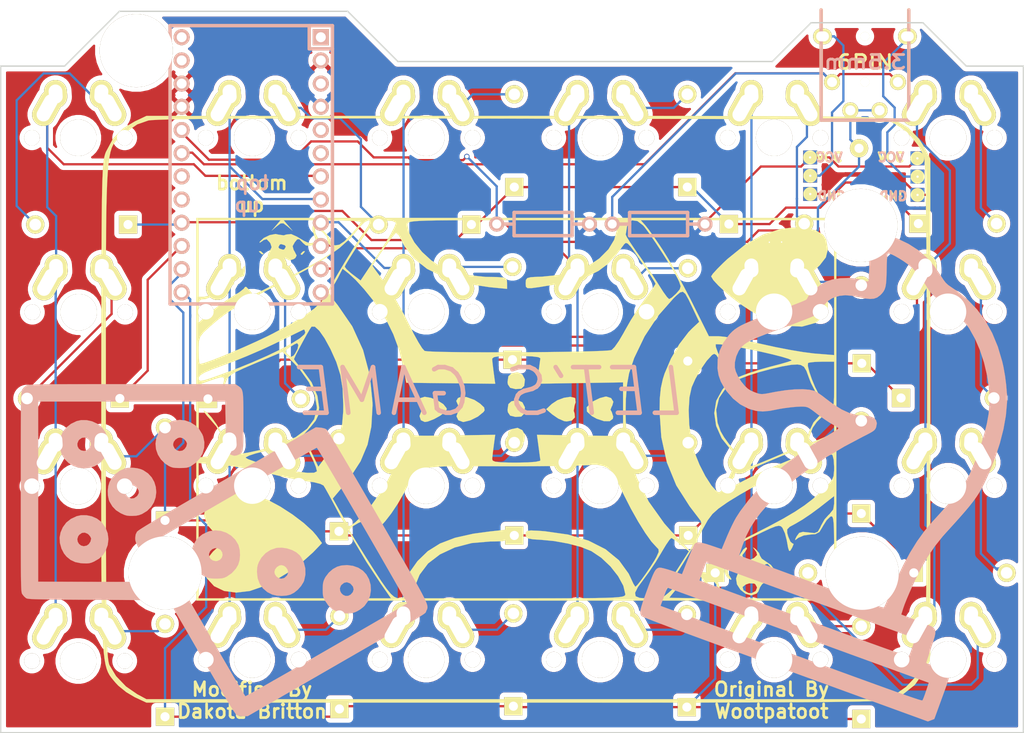
<source format=kicad_pcb>
(kicad_pcb (version 20171130) (host pcbnew "(5.1.4)-1")
  (layers (0 F.Cu signal) (31 B.Cu signal) (34 B.Paste user) (35 F.Paste user) (36 B.SilkS user hide) (37 F.SilkS user hide) (38 B.Mask user) (39 F.Mask user) (44 Edge.Cuts user))
  (net 0 "")
  (net 1 "Net-(D1-Pad2)")
  (net 2 row0)
  (net 3 "Net-(D2-Pad2)")
  (net 4 row1)
  (net 5 "Net-(D3-Pad2)")
  (net 6 row2)
  (net 7 "Net-(D4-Pad2)")
  (net 8 row3)
  (net 9 "Net-(D5-Pad2)")
  (net 10 "Net-(D6-Pad2)")
  (net 11 "Net-(D7-Pad2)")
  (net 12 "Net-(D8-Pad2)")
  (net 13 "Net-(D9-Pad2)")
  (net 14 "Net-(D10-Pad2)")
  (net 15 "Net-(D11-Pad2)")
  (net 16 "Net-(D12-Pad2)")
  (net 17 "Net-(D13-Pad2)")
  (net 18 "Net-(D14-Pad2)")
  (net 19 "Net-(D15-Pad2)")
  (net 20 "Net-(D16-Pad2)")
  (net 21 "Net-(D17-Pad2)")
  (net 22 "Net-(D18-Pad2)")
  (net 23 "Net-(D19-Pad2)")
  (net 24 "Net-(D20-Pad2)")
  (net 25 "Net-(D21-Pad2)")
  (net 26 "Net-(D22-Pad2)")
  (net 27 "Net-(D23-Pad2)")
  (net 28 "Net-(D24-Pad2)")
  (net 29 GND)
  (net 30 "Net-(J1-Pad2)")
  (net 31 VCC)
  (net 32 data)
  (net 33 xtradata)
  (net 34 "Net-(R1-Pad2)")
  (net 35 col0)
  (net 36 col1)
  (net 37 col2)
  (net 38 col3)
  (net 39 col4)
  (net 40 col5)
  (net 41 "Net-(U1-Pad1)")
  (net 42 "Net-(U1-Pad3)")
  (net 43 "Net-(U1-Pad5)")
  (net 44 "Net-(U1-Pad28)")
  (net 45 "Net-(U1-Pad29)")
  (net 46 "Net-(J2-Pad4)")
  (net 47 encB)
  (net 48 encC)
  (net 49 encA)
  (module lets_split:Knight (layer B.Cu) (at 129.794 80.772 160)
    (fp_text reference G*** hide)
    (fp_text value LOGO hide)
  )
  (module lets_split:Dice (layer B.Cu) (at 61.214 91.186)
    (fp_text reference G*** hide)
    (fp_text value LOGO hide)
  )
  (module lets_split:QueenOfHearts (layer F.Cu) (at 90.678 76.454 270)
    (fp_text reference G*** hide)
    (fp_text value LOGO hide)
  )
  (module footprint:RESISTOR (layer B.Cu) (at 96.4 56.3 180)
    (fp_text reference R1 hide)
    (fp_text value R hide)
    (pad 1 thru_hole circle (at -5.08 0 180) (size 1.651 1.651) (drill 0.9906) (layers *.Cu *.SilkS *.Mask) (net 31 VCC))
    (pad 2 thru_hole circle (at 5.08 0 180) (size 1.651 1.651) (drill 0.9906) (layers *.Cu *.SilkS *.Mask) (net 34 "Net-(R1-Pad2)"))
  )
  (module Diodes_ThroughHole:Diode_DO-41_SOD81_Horizontal_RM10 (layer F.Cu) (at 131.25 110.5 90)
    (fp_text reference D20 hide)
    (fp_text value D)
    (pad 2 thru_hole circle (at 10.16 -0.00254 270) (size 1.99898 1.99898) (drill 1.27) (layers *.Cu *.Mask F.SilkS) (net 24 "Net-(D20-Pad2)"))
    (pad 1 thru_hole rect (at 0 -0.00254 270) (size 1.99898 1.99898) (drill 1.00076) (layers *.Cu *.Mask F.SilkS) (net 8 row3))
  )
  (module Diodes_ThroughHole:Diode_DO-41_SOD81_Horizontal_RM10 (layer F.Cu) (at 74.1 109.4 90)
    (fp_text reference D8 hide)
    (fp_text value D)
    (pad 2 thru_hole circle (at 10.16 -0.00254 270) (size 1.99898 1.99898) (drill 1.27) (layers *.Cu *.Mask F.SilkS) (net 12 "Net-(D8-Pad2)"))
    (pad 1 thru_hole rect (at 0 -0.00254 270) (size 1.99898 1.99898) (drill 1.00076) (layers *.Cu *.Mask F.SilkS) (net 8 row3))
  )
  (module Diodes_ThroughHole:Diode_DO-41_SOD81_Horizontal_RM10 (layer F.Cu) (at 93.15 109.1 90)
    (fp_text reference D12 hide)
    (fp_text value D)
    (pad 2 thru_hole circle (at 10.16 -0.00254 270) (size 1.99898 1.99898) (drill 1.27) (layers *.Cu *.Mask F.SilkS) (net 16 "Net-(D12-Pad2)"))
    (pad 1 thru_hole rect (at 0 -0.00254 270) (size 1.99898 1.99898) (drill 1.00076) (layers *.Cu *.Mask F.SilkS) (net 8 row3))
  )
  (module Diodes_ThroughHole:Diode_DO-41_SOD81_Horizontal_RM10 (layer F.Cu) (at 112.15 109.2 90)
    (fp_text reference D16 hide)
    (fp_text value D)
    (pad 2 thru_hole circle (at 10.16 -0.00254 270) (size 1.99898 1.99898) (drill 1.27) (layers *.Cu *.Mask F.SilkS) (net 20 "Net-(D16-Pad2)"))
    (pad 1 thru_hole rect (at 0 -0.00254 270) (size 1.99898 1.99898) (drill 1.00076) (layers *.Cu *.Mask F.SilkS) (net 8 row3))
  )
  (module Diodes_ThroughHole:Diode_DO-41_SOD81_Horizontal_RM10 (layer F.Cu) (at 115.25 94.5)
    (fp_text reference D24 hide)
    (fp_text value D)
    (pad 2 thru_hole circle (at 10.16 -0.00254 180) (size 1.99898 1.99898) (drill 1.27) (layers *.Cu *.Mask F.SilkS) (net 28 "Net-(D24-Pad2)"))
    (pad 1 thru_hole rect (at 0 -0.00254 180) (size 1.99898 1.99898) (drill 1.00076) (layers *.Cu *.Mask F.SilkS) (net 8 row3))
  )
  (module Diodes_ThroughHole:Diode_DO-41_SOD81_Horizontal_RM10 (layer F.Cu) (at 135.6 75.35)
    (fp_text reference D22 hide)
    (fp_text value D)
    (pad 2 thru_hole circle (at 10.16 -0.00254 180) (size 1.99898 1.99898) (drill 1.27) (layers *.Cu *.Mask F.SilkS) (net 26 "Net-(D22-Pad2)"))
    (pad 1 thru_hole rect (at 0 -0.00254 180) (size 1.99898 1.99898) (drill 1.00076) (layers *.Cu *.Mask F.SilkS) (net 4 row1))
  )
  (module Diodes_ThroughHole:Diode_DO-41_SOD81_Horizontal_RM10 (layer F.Cu) (at 137 94.5)
    (fp_text reference D23 hide)
    (fp_text value D)
    (pad 2 thru_hole circle (at 10.16 -0.00254 180) (size 1.99898 1.99898) (drill 1.27) (layers *.Cu *.Mask F.SilkS) (net 27 "Net-(D23-Pad2)"))
    (pad 1 thru_hole rect (at 0 -0.00254 180) (size 1.99898 1.99898) (drill 1.00076) (layers *.Cu *.Mask F.SilkS) (net 6 row2))
  )
  (module Diodes_ThroughHole:Diode_DO-41_SOD81_Horizontal_RM10 (layer F.Cu) (at 112.3 90.4 90)
    (fp_text reference D15 hide)
    (fp_text value D)
    (pad 2 thru_hole circle (at 10.16 -0.00254 270) (size 1.99898 1.99898) (drill 1.27) (layers *.Cu *.Mask F.SilkS) (net 19 "Net-(D15-Pad2)"))
    (pad 1 thru_hole rect (at 0 -0.00254 270) (size 1.99898 1.99898) (drill 1.00076) (layers *.Cu *.Mask F.SilkS) (net 6 row2))
  )
  (module Diodes_ThroughHole:Diode_DO-41_SOD81_Horizontal_RM10 (layer F.Cu) (at 93.25 90.4 90)
    (fp_text reference D11 hide)
    (fp_text value D)
    (pad 2 thru_hole circle (at 10.16 -0.00254 270) (size 1.99898 1.99898) (drill 1.27) (layers *.Cu *.Mask F.SilkS) (net 15 "Net-(D11-Pad2)"))
    (pad 1 thru_hole rect (at 0 -0.00254 270) (size 1.99898 1.99898) (drill 1.00076) (layers *.Cu *.Mask F.SilkS) (net 6 row2))
  )
  (module Diodes_ThroughHole:Diode_DO-41_SOD81_Horizontal_RM10 (layer F.Cu) (at 74.05 89.95 90)
    (fp_text reference D7 hide)
    (fp_text value D)
    (pad 2 thru_hole circle (at 10.16 -0.00254 270) (size 1.99898 1.99898) (drill 1.27) (layers *.Cu *.Mask F.SilkS) (net 11 "Net-(D7-Pad2)"))
    (pad 1 thru_hole rect (at 0 -0.00254 270) (size 1.99898 1.99898) (drill 1.00076) (layers *.Cu *.Mask F.SilkS) (net 6 row2))
  )
  (module Diodes_ThroughHole:Diode_DO-41_SOD81_Horizontal_RM10 (layer F.Cu) (at 50.05 75.4 180)
    (fp_text reference D2 hide)
    (fp_text value D)
    (pad 2 thru_hole circle (at 10.16 -0.00254) (size 1.99898 1.99898) (drill 1.27) (layers *.Cu *.Mask F.SilkS) (net 3 "Net-(D2-Pad2)"))
    (pad 1 thru_hole rect (at 0 -0.00254) (size 1.99898 1.99898) (drill 1.00076) (layers *.Cu *.Mask F.SilkS) (net 4 row1))
  )
  (module Diodes_ThroughHole:Diode_DO-41_SOD81_Horizontal_RM10 (layer F.Cu) (at 55 110.25 90)
    (fp_text reference D4 hide)
    (fp_text value D)
    (pad 2 thru_hole circle (at 10.16 -0.00254 270) (size 1.99898 1.99898) (drill 1.27) (layers *.Cu *.Mask F.SilkS) (net 7 "Net-(D4-Pad2)"))
    (pad 1 thru_hole rect (at 0 -0.00254 270) (size 1.99898 1.99898) (drill 1.00076) (layers *.Cu *.Mask F.SilkS) (net 8 row3))
  )
  (module Diodes_ThroughHole:Diode_DO-41_SOD81_Horizontal_RM10 (layer F.Cu) (at 59.7 75.45)
    (fp_text reference D6 hide)
    (fp_text value D)
    (pad 2 thru_hole circle (at 10.16 -0.00254 180) (size 1.99898 1.99898) (drill 1.27) (layers *.Cu *.Mask F.SilkS) (net 10 "Net-(D6-Pad2)"))
    (pad 1 thru_hole rect (at 0 -0.00254 180) (size 1.99898 1.99898) (drill 1.00076) (layers *.Cu *.Mask F.SilkS) (net 4 row1))
  )
  (module Diodes_ThroughHole:Diode_DO-41_SOD81_Horizontal_RM10 (layer F.Cu) (at 93.05 71.15 90)
    (fp_text reference D10 hide)
    (fp_text value D)
    (pad 2 thru_hole circle (at 10.16 -0.00254 270) (size 1.99898 1.99898) (drill 1.27) (layers *.Cu *.Mask F.SilkS) (net 14 "Net-(D10-Pad2)"))
    (pad 1 thru_hole rect (at 0 -0.00254 270) (size 1.99898 1.99898) (drill 1.00076) (layers *.Cu *.Mask F.SilkS) (net 4 row1))
  )
  (module Diodes_ThroughHole:Diode_DO-41_SOD81_Horizontal_RM10 (layer F.Cu) (at 112.25 71.3 90)
    (fp_text reference D14 hide)
    (fp_text value D)
    (pad 2 thru_hole circle (at 10.16 -0.00254 270) (size 1.99898 1.99898) (drill 1.27) (layers *.Cu *.Mask F.SilkS) (net 18 "Net-(D14-Pad2)"))
    (pad 1 thru_hole rect (at 0 -0.00254 270) (size 1.99898 1.99898) (drill 1.00076) (layers *.Cu *.Mask F.SilkS) (net 4 row1))
  )
  (module Diodes_ThroughHole:Diode_DO-41_SOD81_Horizontal_RM10 (layer F.Cu) (at 131.3 71.55 90)
    (fp_text reference D18 hide)
    (fp_text value D)
    (pad 2 thru_hole circle (at 8.55 -0.05 270) (size 1.99898 1.99898) (drill 1.27) (layers *.Cu *.Mask F.SilkS) (net 22 "Net-(D18-Pad2)"))
    (pad 1 thru_hole rect (at 0 -0.00254 270) (size 1.99898 1.99898) (drill 1.00076) (layers *.Cu *.Mask F.SilkS) (net 4 row1))
  )
  (module Diodes_ThroughHole:Diode_DO-41_SOD81_Horizontal_RM10 (layer F.Cu) (at 135.9 56.25)
    (fp_text reference D21 hide)
    (fp_text value D)
    (pad 2 thru_hole circle (at 10.16 -0.00254 180) (size 1.99898 1.99898) (drill 1.27) (layers *.Cu *.Mask F.SilkS) (net 25 "Net-(D21-Pad2)"))
    (pad 1 thru_hole rect (at 1.6 0 180) (size 1.99898 1.99898) (drill 1.00076) (layers *.Cu *.Mask F.SilkS) (net 2 row0))
  )
  (module Diodes_ThroughHole:Diode_DO-41_SOD81_Horizontal_RM10 (layer F.Cu) (at 116.75 56.3)
    (fp_text reference D17 hide)
    (fp_text value D)
    (pad 2 thru_hole circle (at 8.25 -0.05 180) (size 1.99898 1.99898) (drill 1.27) (layers *.Cu *.Mask F.SilkS) (net 21 "Net-(D17-Pad2)"))
    (pad 1 thru_hole rect (at 0 -0.00254 180) (size 1.99898 1.99898) (drill 1.00076) (layers *.Cu *.Mask F.SilkS) (net 2 row0))
  )
  (module Diodes_ThroughHole:Diode_DO-41_SOD81_Horizontal_RM10 (layer F.Cu) (at 112.2 52.25 90)
    (fp_text reference D13 hide)
    (fp_text value D)
    (pad 2 thru_hole circle (at 10.16 -0.00254 270) (size 1.99898 1.99898) (drill 1.27) (layers *.Cu *.Mask F.SilkS) (net 17 "Net-(D13-Pad2)"))
    (pad 1 thru_hole rect (at 0 -0.00254 270) (size 1.99898 1.99898) (drill 1.00076) (layers *.Cu *.Mask F.SilkS) (net 2 row0))
  )
  (module Diodes_ThroughHole:Diode_DO-41_SOD81_Horizontal_RM10 (layer F.Cu) (at 93.25 52.25 90)
    (fp_text reference D9 hide)
    (fp_text value D)
    (pad 2 thru_hole circle (at 10.16 -0.00254 270) (size 1.99898 1.99898) (drill 1.27) (layers *.Cu *.Mask F.SilkS) (net 13 "Net-(D9-Pad2)"))
    (pad 1 thru_hole rect (at 0 -0.00254 270) (size 1.99898 1.99898) (drill 1.00076) (layers *.Cu *.Mask F.SilkS) (net 2 row0))
  )
  (module Diodes_ThroughHole:Diode_DO-41_SOD81_Horizontal_RM10 (layer F.Cu) (at 88.55 56.35 180)
    (fp_text reference D5 hide)
    (fp_text value D)
    (pad 2 thru_hole circle (at 10.16 -0.00254) (size 1.99898 1.99898) (drill 1.27) (layers *.Cu *.Mask F.SilkS) (net 9 "Net-(D5-Pad2)"))
    (pad 1 thru_hole rect (at 0 -0.00254) (size 1.99898 1.99898) (drill 1.00076) (layers *.Cu *.Mask F.SilkS) (net 2 row0))
  )
  (module Diodes_ThroughHole:Diode_DO-41_SOD81_Horizontal_RM10 (layer F.Cu) (at 50.95 56.35 180)
    (fp_text reference D1 hide)
    (fp_text value D)
    (pad 2 thru_hole circle (at 10.16 -0.00254) (size 1.99898 1.99898) (drill 1.27) (layers *.Cu *.Mask F.SilkS) (net 1 "Net-(D1-Pad2)"))
    (pad 1 thru_hole rect (at 0 -0.00254) (size 1.99898 1.99898) (drill 1.00076) (layers *.Cu *.Mask F.SilkS) (net 2 row0))
  )
  (module Diodes_ThroughHole:Diode_DO-41_SOD81_Horizontal_RM10 (layer F.Cu) (at 55 88.75 90)
    (fp_text reference D3 hide)
    (fp_text value D)
    (pad 2 thru_hole circle (at 10.16 -0.00254 270) (size 1.99898 1.99898) (drill 1.27) (layers *.Cu *.Mask F.SilkS) (net 5 "Net-(D3-Pad2)"))
    (pad 1 thru_hole rect (at 0 -0.00254 270) (size 1.99898 1.99898) (drill 1.00076) (layers *.Cu *.Mask F.SilkS) (net 6 row2))
  )
  (module Diodes_ThroughHole:Diode_DO-41_SOD81_Horizontal_RM10 (layer F.Cu) (at 131.25 88 90)
    (fp_text reference D19 hide)
    (fp_text value D)
    (pad 2 thru_hole circle (at 10.16 -0.00254 270) (size 1.99898 1.99898) (drill 1.27) (layers *.Cu *.Mask F.SilkS) (net 23 "Net-(D19-Pad2)"))
    (pad 1 thru_hole rect (at 0 -0.00254 270) (size 1.99898 1.99898) (drill 1.00076) (layers *.Cu *.Mask F.SilkS) (net 6 row2))
  )
  (module footprint:4pin35mmAudio (layer F.Cu) (at 131.65 32.85 270)
    (fp_text reference J2 hide)
    (fp_text value 6PIN (at 5.715 0) (layer F.SilkS) (effects (font (size 1.524 1.778) (thickness 0.3048))))
    (fp_text user 3.5mm (at 5.715 0) (layer B.SilkS) (effects (font (size 1.524 1.778) (thickness 0.3048)) (justify mirror)))
    (pad 1 thru_hole oval (at 2.8956 -4.6482 270) (size 1.7526 2.0574) (drill oval 1.0922 1.397) (layers *.Cu *.Mask F.SilkS) (net 30 "Net-(J1-Pad2)"))
    (pad 2 thru_hole circle (at 7.8994 3.6068 270) (size 1.7526 1.7526) (drill 1.0922) (layers *.Cu *.Mask F.SilkS) (net 32 data))
    (pad 3 thru_hole circle (at 10.9982 -1.6002 270) (size 1.7526 1.7526) (drill 1.0922) (layers *.Cu *.Mask F.SilkS) (net 33 xtradata))
    (pad 4 thru_hole oval (at 2.8956 4.6482 270) (size 1.7526 2.0574) (drill oval 1.0922 1.397) (layers *.Cu *.Mask F.SilkS) (net 46 "Net-(J2-Pad4)"))
    (pad 5 thru_hole circle (at 10.9982 1.6002 270) (size 1.7526 1.7526) (drill 1.0922) (layers *.Cu *.Mask F.SilkS) (net 33 xtradata))
    (pad 6 thru_hole circle (at 7.8994 -3.6068 270) (size 1.7526 1.7526) (drill 1.0922) (layers *.Cu *.Mask F.SilkS) (net 32 data))
    (pad HOLE np_thru_hole circle (at 2.8956 0 270) (size 0.9906 0.9906) (drill 0.9906) (layers *.Cu *.Mask F.SilkS))
    (pad HOLE np_thru_hole circle (at 7.8994 0 270) (size 0.9906 0.9906) (drill 0.9906) (layers *.Cu *.Mask F.SilkS))
  )
  (module footprint:RESISTOR (layer B.Cu) (at 109.05 56.3)
    (fp_text reference R2 hide)
    (fp_text value R hide)
    (pad 1 thru_hole circle (at -5.08 0) (size 1.651 1.651) (drill 0.9906) (layers *.Cu *.SilkS *.Mask) (net 32 data))
    (pad 2 thru_hole circle (at 5.08 0) (size 1.651 1.651) (drill 0.9906) (layers *.Cu *.SilkS *.Mask) (net 31 VCC))
  )
  (module flipalps:MXALPS_FLIP (layer F.Cu) (at 45.5 46.85)
    (fp_text reference SW1 hide)
    (fp_text value SW_PUSH hide)
    (pad 1 thru_hole oval (at -2.48 -4.79 3.9) (size 2.5 3.08) (drill oval 1.5 2.08) (layers *.Cu *.Mask F.SilkS) (net 35 col0))
    (pad 2 thru_hole oval (at 3.595 -3.27 29) (size 2.5 4.17) (drill oval 1.5 3.17) (layers *.Cu *.Mask F.SilkS) (net 1 "Net-(D1-Pad2)"))
    (pad "" np_thru_hole circle (at 0 0) (size 3.98781 3.98781) (drill 3.9878) (layers *.Cu *.Mask F.SilkS) (clearance 0.1524))
    (pad "" np_thru_hole circle (at -5.08 0) (size 1.70181 1.70181) (drill 1.7018) (layers *.Cu *.Mask F.SilkS) (clearance 0.1524))
    (pad "" np_thru_hole circle (at 5.08 0) (size 1.70181 1.70181) (drill 1.7018) (layers *.Cu *.Mask F.SilkS) (clearance 0.1524))
    (pad 1 thru_hole oval (at -3.405 -3.27 330.95) (size 2.5 4.17) (drill oval 1.5 3.17) (layers *.Cu *.Mask F.SilkS) (net 35 col0))
    (pad 2 thru_hole oval (at 2.52 -4.79 356.1) (size 2.5 3.08) (drill oval 1.5 2.08) (layers *.Cu *.Mask F.SilkS) (net 1 "Net-(D1-Pad2)"))
  )
  (module flipalps:MXALPS_FLIP (layer F.Cu) (at 45.55 65.95)
    (fp_text reference SW2 hide)
    (fp_text value SW_PUSH hide)
    (pad 1 thru_hole oval (at -2.48 -4.79 3.9) (size 2.5 3.08) (drill oval 1.5 2.08) (layers *.Cu *.Mask F.SilkS) (net 35 col0))
    (pad 2 thru_hole oval (at 3.595 -3.27 29) (size 2.5 4.17) (drill oval 1.5 3.17) (layers *.Cu *.Mask F.SilkS) (net 3 "Net-(D2-Pad2)"))
    (pad "" np_thru_hole circle (at 0 0) (size 3.98781 3.98781) (drill 3.9878) (layers *.Cu *.Mask F.SilkS) (clearance 0.1524))
    (pad "" np_thru_hole circle (at -5.08 0) (size 1.70181 1.70181) (drill 1.7018) (layers *.Cu *.Mask F.SilkS) (clearance 0.1524))
    (pad "" np_thru_hole circle (at 5.08 0) (size 1.70181 1.70181) (drill 1.7018) (layers *.Cu *.Mask F.SilkS) (clearance 0.1524))
    (pad 1 thru_hole oval (at -3.405 -3.27 330.95) (size 2.5 4.17) (drill oval 1.5 3.17) (layers *.Cu *.Mask F.SilkS) (net 35 col0))
    (pad 2 thru_hole oval (at 2.52 -4.79 356.1) (size 2.5 3.08) (drill oval 1.5 2.08) (layers *.Cu *.Mask F.SilkS) (net 3 "Net-(D2-Pad2)"))
  )
  (module flipalps:MXALPS_FLIP (layer F.Cu) (at 45.5 85)
    (fp_text reference SW3 hide)
    (fp_text value SW_PUSH hide)
    (pad 1 thru_hole oval (at -2.48 -4.79 3.9) (size 2.5 3.08) (drill oval 1.5 2.08) (layers *.Cu *.Mask F.SilkS) (net 35 col0))
    (pad 2 thru_hole oval (at 3.595 -3.27 29) (size 2.5 4.17) (drill oval 1.5 3.17) (layers *.Cu *.Mask F.SilkS) (net 5 "Net-(D3-Pad2)"))
    (pad "" np_thru_hole circle (at 0 0) (size 3.98781 3.98781) (drill 3.9878) (layers *.Cu *.Mask F.SilkS) (clearance 0.1524))
    (pad "" np_thru_hole circle (at -5.08 0) (size 1.70181 1.70181) (drill 1.7018) (layers *.Cu *.Mask F.SilkS) (clearance 0.1524))
    (pad "" np_thru_hole circle (at 5.08 0) (size 1.70181 1.70181) (drill 1.7018) (layers *.Cu *.Mask F.SilkS) (clearance 0.1524))
    (pad 1 thru_hole oval (at -3.405 -3.27 330.95) (size 2.5 4.17) (drill oval 1.5 3.17) (layers *.Cu *.Mask F.SilkS) (net 35 col0))
    (pad 2 thru_hole oval (at 2.52 -4.79 356.1) (size 2.5 3.08) (drill oval 1.5 2.08) (layers *.Cu *.Mask F.SilkS) (net 5 "Net-(D3-Pad2)"))
  )
  (module flipalps:MXALPS_FLIP (layer F.Cu) (at 45.5 104.15)
    (fp_text reference SW4 hide)
    (fp_text value SW_PUSH hide)
    (pad 1 thru_hole oval (at -2.48 -4.79 3.9) (size 2.5 3.08) (drill oval 1.5 2.08) (layers *.Cu *.Mask F.SilkS) (net 35 col0))
    (pad 2 thru_hole oval (at 3.595 -3.27 29) (size 2.5 4.17) (drill oval 1.5 3.17) (layers *.Cu *.Mask F.SilkS) (net 7 "Net-(D4-Pad2)"))
    (pad "" np_thru_hole circle (at 0 0) (size 3.98781 3.98781) (drill 3.9878) (layers *.Cu *.Mask F.SilkS) (clearance 0.1524))
    (pad "" np_thru_hole circle (at -5.08 0) (size 1.70181 1.70181) (drill 1.7018) (layers *.Cu *.Mask F.SilkS) (clearance 0.1524))
    (pad "" np_thru_hole circle (at 5.08 0) (size 1.70181 1.70181) (drill 1.7018) (layers *.Cu *.Mask F.SilkS) (clearance 0.1524))
    (pad 1 thru_hole oval (at -3.405 -3.27 330.95) (size 2.5 4.17) (drill oval 1.5 3.17) (layers *.Cu *.Mask F.SilkS) (net 35 col0))
    (pad 2 thru_hole oval (at 2.52 -4.79 356.1) (size 2.5 3.08) (drill oval 1.5 2.08) (layers *.Cu *.Mask F.SilkS) (net 7 "Net-(D4-Pad2)"))
  )
  (module flipalps:MXALPS_FLIP (layer F.Cu) (at 64.55 46.85)
    (fp_text reference SW5 hide)
    (fp_text value SW_PUSH hide)
    (pad 1 thru_hole oval (at -2.48 -4.79 3.9) (size 2.5 3.08) (drill oval 1.5 2.08) (layers *.Cu *.Mask F.SilkS) (net 36 col1))
    (pad 2 thru_hole oval (at 3.595 -3.27 29) (size 2.5 4.17) (drill oval 1.5 3.17) (layers *.Cu *.Mask F.SilkS) (net 9 "Net-(D5-Pad2)"))
    (pad "" np_thru_hole circle (at 0 0) (size 3.98781 3.98781) (drill 3.9878) (layers *.Cu *.Mask F.SilkS) (clearance 0.1524))
    (pad "" np_thru_hole circle (at -5.08 0) (size 1.70181 1.70181) (drill 1.7018) (layers *.Cu *.Mask F.SilkS) (clearance 0.1524))
    (pad "" np_thru_hole circle (at 5.08 0) (size 1.70181 1.70181) (drill 1.7018) (layers *.Cu *.Mask F.SilkS) (clearance 0.1524))
    (pad 1 thru_hole oval (at -3.405 -3.27 330.95) (size 2.5 4.17) (drill oval 1.5 3.17) (layers *.Cu *.Mask F.SilkS) (net 36 col1))
    (pad 2 thru_hole oval (at 2.52 -4.79 356.1) (size 2.5 3.08) (drill oval 1.5 2.08) (layers *.Cu *.Mask F.SilkS) (net 9 "Net-(D5-Pad2)"))
  )
  (module flipalps:MXALPS_FLIP (layer F.Cu) (at 64.55 65.9)
    (fp_text reference SW6 hide)
    (fp_text value SW_PUSH hide)
    (pad 1 thru_hole oval (at -2.48 -4.79 3.9) (size 2.5 3.08) (drill oval 1.5 2.08) (layers *.Cu *.Mask F.SilkS) (net 36 col1))
    (pad 2 thru_hole oval (at 3.595 -3.27 29) (size 2.5 4.17) (drill oval 1.5 3.17) (layers *.Cu *.Mask F.SilkS) (net 10 "Net-(D6-Pad2)"))
    (pad "" np_thru_hole circle (at 0 0) (size 3.98781 3.98781) (drill 3.9878) (layers *.Cu *.Mask F.SilkS) (clearance 0.1524))
    (pad "" np_thru_hole circle (at -5.08 0) (size 1.70181 1.70181) (drill 1.7018) (layers *.Cu *.Mask F.SilkS) (clearance 0.1524))
    (pad "" np_thru_hole circle (at 5.08 0) (size 1.70181 1.70181) (drill 1.7018) (layers *.Cu *.Mask F.SilkS) (clearance 0.1524))
    (pad 1 thru_hole oval (at -3.405 -3.27 330.95) (size 2.5 4.17) (drill oval 1.5 3.17) (layers *.Cu *.Mask F.SilkS) (net 36 col1))
    (pad 2 thru_hole oval (at 2.52 -4.79 356.1) (size 2.5 3.08) (drill oval 1.5 2.08) (layers *.Cu *.Mask F.SilkS) (net 10 "Net-(D6-Pad2)"))
  )
  (module flipalps:MXALPS_FLIP (layer F.Cu) (at 64.55 84.95)
    (fp_text reference SW7 hide)
    (fp_text value SW_PUSH hide)
    (pad 1 thru_hole oval (at -2.48 -4.79 3.9) (size 2.5 3.08) (drill oval 1.5 2.08) (layers *.Cu *.Mask F.SilkS) (net 36 col1))
    (pad 2 thru_hole oval (at 3.595 -3.27 29) (size 2.5 4.17) (drill oval 1.5 3.17) (layers *.Cu *.Mask F.SilkS) (net 11 "Net-(D7-Pad2)"))
    (pad "" np_thru_hole circle (at 0 0) (size 3.98781 3.98781) (drill 3.9878) (layers *.Cu *.Mask F.SilkS) (clearance 0.1524))
    (pad "" np_thru_hole circle (at -5.08 0) (size 1.70181 1.70181) (drill 1.7018) (layers *.Cu *.Mask F.SilkS) (clearance 0.1524))
    (pad "" np_thru_hole circle (at 5.08 0) (size 1.70181 1.70181) (drill 1.7018) (layers *.Cu *.Mask F.SilkS) (clearance 0.1524))
    (pad 1 thru_hole oval (at -3.405 -3.27 330.95) (size 2.5 4.17) (drill oval 1.5 3.17) (layers *.Cu *.Mask F.SilkS) (net 36 col1))
    (pad 2 thru_hole oval (at 2.52 -4.79 356.1) (size 2.5 3.08) (drill oval 1.5 2.08) (layers *.Cu *.Mask F.SilkS) (net 11 "Net-(D7-Pad2)"))
  )
  (module flipalps:MXALPS_FLIP (layer F.Cu) (at 64.55 104)
    (fp_text reference SW8 hide)
    (fp_text value SW_PUSH hide)
    (pad 1 thru_hole oval (at -2.48 -4.79 3.9) (size 2.5 3.08) (drill oval 1.5 2.08) (layers *.Cu *.Mask F.SilkS) (net 36 col1))
    (pad 2 thru_hole oval (at 3.595 -3.27 29) (size 2.5 4.17) (drill oval 1.5 3.17) (layers *.Cu *.Mask F.SilkS) (net 12 "Net-(D8-Pad2)"))
    (pad "" np_thru_hole circle (at 0 0) (size 3.98781 3.98781) (drill 3.9878) (layers *.Cu *.Mask F.SilkS) (clearance 0.1524))
    (pad "" np_thru_hole circle (at -5.08 0) (size 1.70181 1.70181) (drill 1.7018) (layers *.Cu *.Mask F.SilkS) (clearance 0.1524))
    (pad "" np_thru_hole circle (at 5.08 0) (size 1.70181 1.70181) (drill 1.7018) (layers *.Cu *.Mask F.SilkS) (clearance 0.1524))
    (pad 1 thru_hole oval (at -3.405 -3.27 330.95) (size 2.5 4.17) (drill oval 1.5 3.17) (layers *.Cu *.Mask F.SilkS) (net 36 col1))
    (pad 2 thru_hole oval (at 2.52 -4.79 356.1) (size 2.5 3.08) (drill oval 1.5 2.08) (layers *.Cu *.Mask F.SilkS) (net 12 "Net-(D8-Pad2)"))
  )
  (module flipalps:MXALPS_FLIP (layer F.Cu) (at 83.6 46.85)
    (fp_text reference SW9 hide)
    (fp_text value SW_PUSH hide)
    (pad 1 thru_hole oval (at -2.48 -4.79 3.9) (size 2.5 3.08) (drill oval 1.5 2.08) (layers *.Cu *.Mask F.SilkS) (net 37 col2))
    (pad 2 thru_hole oval (at 3.595 -3.27 29) (size 2.5 4.17) (drill oval 1.5 3.17) (layers *.Cu *.Mask F.SilkS) (net 13 "Net-(D9-Pad2)"))
    (pad "" np_thru_hole circle (at 0 0) (size 3.98781 3.98781) (drill 3.9878) (layers *.Cu *.Mask F.SilkS) (clearance 0.1524))
    (pad "" np_thru_hole circle (at -5.08 0) (size 1.70181 1.70181) (drill 1.7018) (layers *.Cu *.Mask F.SilkS) (clearance 0.1524))
    (pad "" np_thru_hole circle (at 5.08 0) (size 1.70181 1.70181) (drill 1.7018) (layers *.Cu *.Mask F.SilkS) (clearance 0.1524))
    (pad 1 thru_hole oval (at -3.405 -3.27 330.95) (size 2.5 4.17) (drill oval 1.5 3.17) (layers *.Cu *.Mask F.SilkS) (net 37 col2))
    (pad 2 thru_hole oval (at 2.52 -4.79 356.1) (size 2.5 3.08) (drill oval 1.5 2.08) (layers *.Cu *.Mask F.SilkS) (net 13 "Net-(D9-Pad2)"))
  )
  (module flipalps:MXALPS_FLIP (layer F.Cu) (at 83.6 65.9)
    (fp_text reference SW10 hide)
    (fp_text value SW_PUSH hide)
    (pad 1 thru_hole oval (at -2.48 -4.79 3.9) (size 2.5 3.08) (drill oval 1.5 2.08) (layers *.Cu *.Mask F.SilkS) (net 37 col2))
    (pad 2 thru_hole oval (at 3.595 -3.27 29) (size 2.5 4.17) (drill oval 1.5 3.17) (layers *.Cu *.Mask F.SilkS) (net 14 "Net-(D10-Pad2)"))
    (pad "" np_thru_hole circle (at 0 0) (size 3.98781 3.98781) (drill 3.9878) (layers *.Cu *.Mask F.SilkS) (clearance 0.1524))
    (pad "" np_thru_hole circle (at -5.08 0) (size 1.70181 1.70181) (drill 1.7018) (layers *.Cu *.Mask F.SilkS) (clearance 0.1524))
    (pad "" np_thru_hole circle (at 5.08 0) (size 1.70181 1.70181) (drill 1.7018) (layers *.Cu *.Mask F.SilkS) (clearance 0.1524))
    (pad 1 thru_hole oval (at -3.405 -3.27 330.95) (size 2.5 4.17) (drill oval 1.5 3.17) (layers *.Cu *.Mask F.SilkS) (net 37 col2))
    (pad 2 thru_hole oval (at 2.52 -4.79 356.1) (size 2.5 3.08) (drill oval 1.5 2.08) (layers *.Cu *.Mask F.SilkS) (net 14 "Net-(D10-Pad2)"))
  )
  (module flipalps:MXALPS_FLIP (layer F.Cu) (at 83.6 84.95)
    (fp_text reference SW11 hide)
    (fp_text value SW_PUSH hide)
    (pad 1 thru_hole oval (at -2.48 -4.79 3.9) (size 2.5 3.08) (drill oval 1.5 2.08) (layers *.Cu *.Mask F.SilkS) (net 37 col2))
    (pad 2 thru_hole oval (at 3.595 -3.27 29) (size 2.5 4.17) (drill oval 1.5 3.17) (layers *.Cu *.Mask F.SilkS) (net 15 "Net-(D11-Pad2)"))
    (pad "" np_thru_hole circle (at 0 0) (size 3.98781 3.98781) (drill 3.9878) (layers *.Cu *.Mask F.SilkS) (clearance 0.1524))
    (pad "" np_thru_hole circle (at -5.08 0) (size 1.70181 1.70181) (drill 1.7018) (layers *.Cu *.Mask F.SilkS) (clearance 0.1524))
    (pad "" np_thru_hole circle (at 5.08 0) (size 1.70181 1.70181) (drill 1.7018) (layers *.Cu *.Mask F.SilkS) (clearance 0.1524))
    (pad 1 thru_hole oval (at -3.405 -3.27 330.95) (size 2.5 4.17) (drill oval 1.5 3.17) (layers *.Cu *.Mask F.SilkS) (net 37 col2))
    (pad 2 thru_hole oval (at 2.52 -4.79 356.1) (size 2.5 3.08) (drill oval 1.5 2.08) (layers *.Cu *.Mask F.SilkS) (net 15 "Net-(D11-Pad2)"))
  )
  (module flipalps:MXALPS_FLIP (layer F.Cu) (at 83.6 104)
    (fp_text reference SW12 hide)
    (fp_text value SW_PUSH hide)
    (pad 1 thru_hole oval (at -2.48 -4.79 3.9) (size 2.5 3.08) (drill oval 1.5 2.08) (layers *.Cu *.Mask F.SilkS) (net 37 col2))
    (pad 2 thru_hole oval (at 3.595 -3.27 29) (size 2.5 4.17) (drill oval 1.5 3.17) (layers *.Cu *.Mask F.SilkS) (net 16 "Net-(D12-Pad2)"))
    (pad "" np_thru_hole circle (at 0 0) (size 3.98781 3.98781) (drill 3.9878) (layers *.Cu *.Mask F.SilkS) (clearance 0.1524))
    (pad "" np_thru_hole circle (at -5.08 0) (size 1.70181 1.70181) (drill 1.7018) (layers *.Cu *.Mask F.SilkS) (clearance 0.1524))
    (pad "" np_thru_hole circle (at 5.08 0) (size 1.70181 1.70181) (drill 1.7018) (layers *.Cu *.Mask F.SilkS) (clearance 0.1524))
    (pad 1 thru_hole oval (at -3.405 -3.27 330.95) (size 2.5 4.17) (drill oval 1.5 3.17) (layers *.Cu *.Mask F.SilkS) (net 37 col2))
    (pad 2 thru_hole oval (at 2.52 -4.79 356.1) (size 2.5 3.08) (drill oval 1.5 2.08) (layers *.Cu *.Mask F.SilkS) (net 16 "Net-(D12-Pad2)"))
  )
  (module flipalps:MXALPS_FLIP (layer F.Cu) (at 102.65 46.85)
    (fp_text reference SW13 hide)
    (fp_text value SW_PUSH hide)
    (pad 1 thru_hole oval (at -2.48 -4.79 3.9) (size 2.5 3.08) (drill oval 1.5 2.08) (layers *.Cu *.Mask F.SilkS) (net 38 col3))
    (pad 2 thru_hole oval (at 3.595 -3.27 29) (size 2.5 4.17) (drill oval 1.5 3.17) (layers *.Cu *.Mask F.SilkS) (net 17 "Net-(D13-Pad2)"))
    (pad "" np_thru_hole circle (at 0 0) (size 3.98781 3.98781) (drill 3.9878) (layers *.Cu *.Mask F.SilkS) (clearance 0.1524))
    (pad "" np_thru_hole circle (at -5.08 0) (size 1.70181 1.70181) (drill 1.7018) (layers *.Cu *.Mask F.SilkS) (clearance 0.1524))
    (pad "" np_thru_hole circle (at 5.08 0) (size 1.70181 1.70181) (drill 1.7018) (layers *.Cu *.Mask F.SilkS) (clearance 0.1524))
    (pad 1 thru_hole oval (at -3.405 -3.27 330.95) (size 2.5 4.17) (drill oval 1.5 3.17) (layers *.Cu *.Mask F.SilkS) (net 38 col3))
    (pad 2 thru_hole oval (at 2.52 -4.79 356.1) (size 2.5 3.08) (drill oval 1.5 2.08) (layers *.Cu *.Mask F.SilkS) (net 17 "Net-(D13-Pad2)"))
  )
  (module flipalps:MXALPS_FLIP (layer F.Cu) (at 102.65 65.9)
    (fp_text reference SW14 hide)
    (fp_text value SW_PUSH hide)
    (pad 1 thru_hole oval (at -2.48 -4.79 3.9) (size 2.5 3.08) (drill oval 1.5 2.08) (layers *.Cu *.Mask F.SilkS) (net 38 col3))
    (pad 2 thru_hole oval (at 3.595 -3.27 29) (size 2.5 4.17) (drill oval 1.5 3.17) (layers *.Cu *.Mask F.SilkS) (net 18 "Net-(D14-Pad2)"))
    (pad "" np_thru_hole circle (at 0 0) (size 3.98781 3.98781) (drill 3.9878) (layers *.Cu *.Mask F.SilkS) (clearance 0.1524))
    (pad "" np_thru_hole circle (at -5.08 0) (size 1.70181 1.70181) (drill 1.7018) (layers *.Cu *.Mask F.SilkS) (clearance 0.1524))
    (pad "" np_thru_hole circle (at 5.08 0) (size 1.70181 1.70181) (drill 1.7018) (layers *.Cu *.Mask F.SilkS) (clearance 0.1524))
    (pad 1 thru_hole oval (at -3.405 -3.27 330.95) (size 2.5 4.17) (drill oval 1.5 3.17) (layers *.Cu *.Mask F.SilkS) (net 38 col3))
    (pad 2 thru_hole oval (at 2.52 -4.79 356.1) (size 2.5 3.08) (drill oval 1.5 2.08) (layers *.Cu *.Mask F.SilkS) (net 18 "Net-(D14-Pad2)"))
  )
  (module flipalps:MXALPS_FLIP (layer F.Cu) (at 102.65 84.95)
    (fp_text reference SW15 hide)
    (fp_text value SW_PUSH hide)
    (pad 1 thru_hole oval (at -2.48 -4.79 3.9) (size 2.5 3.08) (drill oval 1.5 2.08) (layers *.Cu *.Mask F.SilkS) (net 38 col3))
    (pad 2 thru_hole oval (at 3.595 -3.27 29) (size 2.5 4.17) (drill oval 1.5 3.17) (layers *.Cu *.Mask F.SilkS) (net 19 "Net-(D15-Pad2)"))
    (pad "" np_thru_hole circle (at 0 0) (size 3.98781 3.98781) (drill 3.9878) (layers *.Cu *.Mask F.SilkS) (clearance 0.1524))
    (pad "" np_thru_hole circle (at -5.08 0) (size 1.70181 1.70181) (drill 1.7018) (layers *.Cu *.Mask F.SilkS) (clearance 0.1524))
    (pad "" np_thru_hole circle (at 5.08 0) (size 1.70181 1.70181) (drill 1.7018) (layers *.Cu *.Mask F.SilkS) (clearance 0.1524))
    (pad 1 thru_hole oval (at -3.405 -3.27 330.95) (size 2.5 4.17) (drill oval 1.5 3.17) (layers *.Cu *.Mask F.SilkS) (net 38 col3))
    (pad 2 thru_hole oval (at 2.52 -4.79 356.1) (size 2.5 3.08) (drill oval 1.5 2.08) (layers *.Cu *.Mask F.SilkS) (net 19 "Net-(D15-Pad2)"))
  )
  (module flipalps:MXALPS_FLIP (layer F.Cu) (at 102.65 104)
    (fp_text reference SW16 hide)
    (fp_text value SW_PUSH hide)
    (pad 1 thru_hole oval (at -2.48 -4.79 3.9) (size 2.5 3.08) (drill oval 1.5 2.08) (layers *.Cu *.Mask F.SilkS) (net 38 col3))
    (pad 2 thru_hole oval (at 3.595 -3.27 29) (size 2.5 4.17) (drill oval 1.5 3.17) (layers *.Cu *.Mask F.SilkS) (net 20 "Net-(D16-Pad2)"))
    (pad "" np_thru_hole circle (at 0 0) (size 3.98781 3.98781) (drill 3.9878) (layers *.Cu *.Mask F.SilkS) (clearance 0.1524))
    (pad "" np_thru_hole circle (at -5.08 0) (size 1.70181 1.70181) (drill 1.7018) (layers *.Cu *.Mask F.SilkS) (clearance 0.1524))
    (pad "" np_thru_hole circle (at 5.08 0) (size 1.70181 1.70181) (drill 1.7018) (layers *.Cu *.Mask F.SilkS) (clearance 0.1524))
    (pad 1 thru_hole oval (at -3.405 -3.27 330.95) (size 2.5 4.17) (drill oval 1.5 3.17) (layers *.Cu *.Mask F.SilkS) (net 38 col3))
    (pad 2 thru_hole oval (at 2.52 -4.79 356.1) (size 2.5 3.08) (drill oval 1.5 2.08) (layers *.Cu *.Mask F.SilkS) (net 20 "Net-(D16-Pad2)"))
  )
  (module flipalps:MXALPS_FLIP (layer F.Cu) (at 121.7 46.85)
    (fp_text reference SW17 hide)
    (fp_text value SW_PUSH hide)
    (pad 1 thru_hole oval (at -2.48 -4.79 3.9) (size 2.5 3.08) (drill oval 1.5 2.08) (layers *.Cu *.Mask F.SilkS) (net 39 col4))
    (pad 2 thru_hole oval (at 3.595 -3.27 29) (size 2.5 4.17) (drill oval 1.5 3.17) (layers *.Cu *.Mask F.SilkS) (net 21 "Net-(D17-Pad2)"))
    (pad "" np_thru_hole circle (at 0 0) (size 3.98781 3.98781) (drill 3.9878) (layers *.Cu *.Mask F.SilkS) (clearance 0.1524))
    (pad "" np_thru_hole circle (at -5.08 0) (size 1.70181 1.70181) (drill 1.7018) (layers *.Cu *.Mask F.SilkS) (clearance 0.1524))
    (pad "" np_thru_hole circle (at 5.08 0) (size 1.70181 1.70181) (drill 1.7018) (layers *.Cu *.Mask F.SilkS) (clearance 0.1524))
    (pad 1 thru_hole oval (at -3.405 -3.27 330.95) (size 2.5 4.17) (drill oval 1.5 3.17) (layers *.Cu *.Mask F.SilkS) (net 39 col4))
    (pad 2 thru_hole oval (at 2.52 -4.79 356.1) (size 2.5 3.08) (drill oval 1.5 2.08) (layers *.Cu *.Mask F.SilkS) (net 21 "Net-(D17-Pad2)"))
  )
  (module flipalps:MXALPS_FLIP (layer F.Cu) (at 121.7 65.9)
    (fp_text reference SW18 hide)
    (fp_text value SW_PUSH hide)
    (pad 1 thru_hole oval (at -2.48 -4.79 3.9) (size 2.5 3.08) (drill oval 1.5 2.08) (layers *.Cu *.Mask F.SilkS) (net 39 col4))
    (pad 2 thru_hole oval (at 3.595 -3.27 29) (size 2.5 4.17) (drill oval 1.5 3.17) (layers *.Cu *.Mask F.SilkS) (net 22 "Net-(D18-Pad2)"))
    (pad "" np_thru_hole circle (at 0 0) (size 3.98781 3.98781) (drill 3.9878) (layers *.Cu *.Mask F.SilkS) (clearance 0.1524))
    (pad "" np_thru_hole circle (at -5.08 0) (size 1.70181 1.70181) (drill 1.7018) (layers *.Cu *.Mask F.SilkS) (clearance 0.1524))
    (pad "" np_thru_hole circle (at 5.08 0) (size 1.70181 1.70181) (drill 1.7018) (layers *.Cu *.Mask F.SilkS) (clearance 0.1524))
    (pad 1 thru_hole oval (at -3.405 -3.27 330.95) (size 2.5 4.17) (drill oval 1.5 3.17) (layers *.Cu *.Mask F.SilkS) (net 39 col4))
    (pad 2 thru_hole oval (at 2.52 -4.79 356.1) (size 2.5 3.08) (drill oval 1.5 2.08) (layers *.Cu *.Mask F.SilkS) (net 22 "Net-(D18-Pad2)"))
  )
  (module flipalps:MXALPS_FLIP (layer F.Cu) (at 121.7 84.95)
    (fp_text reference SW19 hide)
    (fp_text value SW_PUSH hide)
    (pad 1 thru_hole oval (at -2.48 -4.79 3.9) (size 2.5 3.08) (drill oval 1.5 2.08) (layers *.Cu *.Mask F.SilkS) (net 39 col4))
    (pad 2 thru_hole oval (at 3.595 -3.27 29) (size 2.5 4.17) (drill oval 1.5 3.17) (layers *.Cu *.Mask F.SilkS) (net 23 "Net-(D19-Pad2)"))
    (pad "" np_thru_hole circle (at 0 0) (size 3.98781 3.98781) (drill 3.9878) (layers *.Cu *.Mask F.SilkS) (clearance 0.1524))
    (pad "" np_thru_hole circle (at -5.08 0) (size 1.70181 1.70181) (drill 1.7018) (layers *.Cu *.Mask F.SilkS) (clearance 0.1524))
    (pad "" np_thru_hole circle (at 5.08 0) (size 1.70181 1.70181) (drill 1.7018) (layers *.Cu *.Mask F.SilkS) (clearance 0.1524))
    (pad 1 thru_hole oval (at -3.405 -3.27 330.95) (size 2.5 4.17) (drill oval 1.5 3.17) (layers *.Cu *.Mask F.SilkS) (net 39 col4))
    (pad 2 thru_hole oval (at 2.52 -4.79 356.1) (size 2.5 3.08) (drill oval 1.5 2.08) (layers *.Cu *.Mask F.SilkS) (net 23 "Net-(D19-Pad2)"))
  )
  (module flipalps:MXALPS_FLIP (layer F.Cu) (at 121.7 104)
    (fp_text reference SW20 hide)
    (fp_text value SW_PUSH hide)
    (pad 1 thru_hole oval (at -2.48 -4.79 3.9) (size 2.5 3.08) (drill oval 1.5 2.08) (layers *.Cu *.Mask F.SilkS) (net 39 col4))
    (pad 2 thru_hole oval (at 3.595 -3.27 29) (size 2.5 4.17) (drill oval 1.5 3.17) (layers *.Cu *.Mask F.SilkS) (net 24 "Net-(D20-Pad2)"))
    (pad "" np_thru_hole circle (at 0 0) (size 3.98781 3.98781) (drill 3.9878) (layers *.Cu *.Mask F.SilkS) (clearance 0.1524))
    (pad "" np_thru_hole circle (at -5.08 0) (size 1.70181 1.70181) (drill 1.7018) (layers *.Cu *.Mask F.SilkS) (clearance 0.1524))
    (pad "" np_thru_hole circle (at 5.08 0) (size 1.70181 1.70181) (drill 1.7018) (layers *.Cu *.Mask F.SilkS) (clearance 0.1524))
    (pad 1 thru_hole oval (at -3.405 -3.27 330.95) (size 2.5 4.17) (drill oval 1.5 3.17) (layers *.Cu *.Mask F.SilkS) (net 39 col4))
    (pad 2 thru_hole oval (at 2.52 -4.79 356.1) (size 2.5 3.08) (drill oval 1.5 2.08) (layers *.Cu *.Mask F.SilkS) (net 24 "Net-(D20-Pad2)"))
  )
  (module flipalps:MXALPS_FLIP (layer F.Cu) (at 140.75 46.85)
    (fp_text reference SW21 hide)
    (fp_text value SW_PUSH hide)
    (pad 1 thru_hole oval (at -2.48 -4.79 3.9) (size 2.5 3.08) (drill oval 1.5 2.08) (layers *.Cu *.Mask F.SilkS) (net 40 col5))
    (pad 2 thru_hole oval (at 3.595 -3.27 29) (size 2.5 4.17) (drill oval 1.5 3.17) (layers *.Cu *.Mask F.SilkS) (net 25 "Net-(D21-Pad2)"))
    (pad "" np_thru_hole circle (at 0 0) (size 3.98781 3.98781) (drill 3.9878) (layers *.Cu *.Mask F.SilkS) (clearance 0.1524))
    (pad "" np_thru_hole circle (at -5.08 0) (size 1.70181 1.70181) (drill 1.7018) (layers *.Cu *.Mask F.SilkS) (clearance 0.1524))
    (pad "" np_thru_hole circle (at 5.08 0) (size 1.70181 1.70181) (drill 1.7018) (layers *.Cu *.Mask F.SilkS) (clearance 0.1524))
    (pad 1 thru_hole oval (at -3.405 -3.27 330.95) (size 2.5 4.17) (drill oval 1.5 3.17) (layers *.Cu *.Mask F.SilkS) (net 40 col5))
    (pad 2 thru_hole oval (at 2.52 -4.79 356.1) (size 2.5 3.08) (drill oval 1.5 2.08) (layers *.Cu *.Mask F.SilkS) (net 25 "Net-(D21-Pad2)"))
  )
  (module flipalps:MXALPS_FLIP (layer F.Cu) (at 140.75 65.9)
    (fp_text reference SW22 hide)
    (fp_text value SW_PUSH hide)
    (pad 1 thru_hole oval (at -2.48 -4.79 3.9) (size 2.5 3.08) (drill oval 1.5 2.08) (layers *.Cu *.Mask F.SilkS) (net 40 col5))
    (pad 2 thru_hole oval (at 3.595 -3.27 29) (size 2.5 4.17) (drill oval 1.5 3.17) (layers *.Cu *.Mask F.SilkS) (net 26 "Net-(D22-Pad2)"))
    (pad "" np_thru_hole circle (at 0 0) (size 3.98781 3.98781) (drill 3.9878) (layers *.Cu *.Mask F.SilkS) (clearance 0.1524))
    (pad "" np_thru_hole circle (at -5.08 0) (size 1.70181 1.70181) (drill 1.7018) (layers *.Cu *.Mask F.SilkS) (clearance 0.1524))
    (pad "" np_thru_hole circle (at 5.08 0) (size 1.70181 1.70181) (drill 1.7018) (layers *.Cu *.Mask F.SilkS) (clearance 0.1524))
    (pad 1 thru_hole oval (at -3.405 -3.27 330.95) (size 2.5 4.17) (drill oval 1.5 3.17) (layers *.Cu *.Mask F.SilkS) (net 40 col5))
    (pad 2 thru_hole oval (at 2.52 -4.79 356.1) (size 2.5 3.08) (drill oval 1.5 2.08) (layers *.Cu *.Mask F.SilkS) (net 26 "Net-(D22-Pad2)"))
  )
  (module flipalps:MXALPS_FLIP (layer F.Cu) (at 140.75 84.95)
    (fp_text reference SW23 hide)
    (fp_text value SW_PUSH hide)
    (pad 1 thru_hole oval (at -2.48 -4.79 3.9) (size 2.5 3.08) (drill oval 1.5 2.08) (layers *.Cu *.Mask F.SilkS) (net 40 col5))
    (pad 2 thru_hole oval (at 3.595 -3.27 29) (size 2.5 4.17) (drill oval 1.5 3.17) (layers *.Cu *.Mask F.SilkS) (net 27 "Net-(D23-Pad2)"))
    (pad "" np_thru_hole circle (at 0 0) (size 3.98781 3.98781) (drill 3.9878) (layers *.Cu *.Mask F.SilkS) (clearance 0.1524))
    (pad "" np_thru_hole circle (at -5.08 0) (size 1.70181 1.70181) (drill 1.7018) (layers *.Cu *.Mask F.SilkS) (clearance 0.1524))
    (pad "" np_thru_hole circle (at 5.08 0) (size 1.70181 1.70181) (drill 1.7018) (layers *.Cu *.Mask F.SilkS) (clearance 0.1524))
    (pad 1 thru_hole oval (at -3.405 -3.27 330.95) (size 2.5 4.17) (drill oval 1.5 3.17) (layers *.Cu *.Mask F.SilkS) (net 40 col5))
    (pad 2 thru_hole oval (at 2.52 -4.79 356.1) (size 2.5 3.08) (drill oval 1.5 2.08) (layers *.Cu *.Mask F.SilkS) (net 27 "Net-(D23-Pad2)"))
  )
  (module flipalps:MXALPS_FLIP (layer F.Cu) (at 140.75 104)
    (fp_text reference SW24 hide)
    (fp_text value SW_PUSH hide)
    (pad 1 thru_hole oval (at -2.48 -4.79 3.9) (size 2.5 3.08) (drill oval 1.5 2.08) (layers *.Cu *.Mask F.SilkS) (net 40 col5))
    (pad 2 thru_hole oval (at 3.595 -3.27 29) (size 2.5 4.17) (drill oval 1.5 3.17) (layers *.Cu *.Mask F.SilkS) (net 28 "Net-(D24-Pad2)"))
    (pad "" np_thru_hole circle (at 0 0) (size 3.98781 3.98781) (drill 3.9878) (layers *.Cu *.Mask F.SilkS) (clearance 0.1524))
    (pad "" np_thru_hole circle (at -5.08 0) (size 1.70181 1.70181) (drill 1.7018) (layers *.Cu *.Mask F.SilkS) (clearance 0.1524))
    (pad "" np_thru_hole circle (at 5.08 0) (size 1.70181 1.70181) (drill 1.7018) (layers *.Cu *.Mask F.SilkS) (clearance 0.1524))
    (pad 1 thru_hole oval (at -3.405 -3.27 330.95) (size 2.5 4.17) (drill oval 1.5 3.17) (layers *.Cu *.Mask F.SilkS) (net 40 col5))
    (pad 2 thru_hole oval (at 2.52 -4.79 356.1) (size 2.5 3.08) (drill oval 1.5 2.08) (layers *.Cu *.Mask F.SilkS) (net 28 "Net-(D24-Pad2)"))
  )
  (module Wire_Pads:SolderWirePad_single_2mmDrill (layer F.Cu) (at 131 48)
    (fp_text reference W2 hide)
    (fp_text value TEST_1P)
    (pad 1 thru_hole circle (at 0 0) (size 2 2) (drill 1) (layers *.Cu *.Mask F.SilkS) (net 33 xtradata))
  )
  (module prettylib:jumper (layer F.Cu) (at 139.4 51.1 90)
    (fp_text reference J1 hide)
    (fp_text value 3PIN)
    (pad 1 smd rect (at -2 -2 90) (size 1.524 1.524) (layers F.Cu F.Paste F.Mask) (net 29 GND))
    (pad 2 smd rect (at 0 -2 90) (size 1.524 1.524) (layers F.Cu F.Paste F.Mask) (net 30 "Net-(J1-Pad2)"))
    (pad 3 smd rect (at 2 -2 90) (size 1.524 1.524) (layers F.Cu F.Paste F.Mask) (net 31 VCC))
    (pad 1 smd rect (at -2 -2 90) (size 1.524 1.524) (layers B.Cu F.Paste F.Mask) (net 29 GND))
    (pad 2 smd rect (at 0 -2 90) (size 1.524 1.524) (layers B.Cu F.Paste F.Mask) (net 30 "Net-(J1-Pad2)"))
    (pad 3 smd rect (at 2 -2 90) (size 1.524 1.524) (layers B.Cu F.Paste F.Mask) (net 31 VCC))
    (pad 2 thru_hole circle (at -0.01 -1.99 90) (size 1.524 1.524) (drill 0.25) (layers *.Cu *.Mask F.SilkS) (net 30 "Net-(J1-Pad2)"))
    (pad 3 thru_hole circle (at 2 -2.01 90) (size 1.524 1.524) (drill 0.25) (layers *.Cu *.Mask F.SilkS) (net 31 VCC))
    (pad 1 thru_hole circle (at -2.01 -1.99 90) (size 1.524 1.524) (drill 0.25) (layers *.Cu *.Mask F.SilkS) (net 29 GND))
  )
  (module prettylib:jumper (layer F.Cu) (at 127.65 51 90)
    (fp_text reference J3 hide)
    (fp_text value 3PIN)
    (pad 1 smd rect (at -2 -2 90) (size 1.524 1.524) (layers F.Cu F.Paste F.Mask) (net 29 GND))
    (pad 2 smd rect (at 0 -2 90) (size 1.524 1.524) (layers F.Cu F.Paste F.Mask) (net 46 "Net-(J2-Pad4)"))
    (pad 3 smd rect (at 2 -2 90) (size 1.524 1.524) (layers F.Cu F.Paste F.Mask) (net 31 VCC))
    (pad 1 smd rect (at -2 -2 90) (size 1.524 1.524) (layers B.Cu F.Paste F.Mask) (net 29 GND))
    (pad 2 smd rect (at 0 -2 90) (size 1.524 1.524) (layers B.Cu F.Paste F.Mask) (net 46 "Net-(J2-Pad4)"))
    (pad 3 smd rect (at 2 -2 90) (size 1.524 1.524) (layers B.Cu F.Paste F.Mask) (net 31 VCC))
    (pad 2 thru_hole circle (at -0.01 -1.99 90) (size 1.524 1.524) (drill 0.25) (layers *.Cu *.Mask F.SilkS) (net 46 "Net-(J2-Pad4)"))
    (pad 3 thru_hole circle (at 2 -2.01 90) (size 1.524 1.524) (drill 0.25) (layers *.Cu *.Mask F.SilkS) (net 31 VCC))
    (pad 1 thru_hole circle (at -2.01 -1.99 90) (size 1.524 1.524) (drill 0.25) (layers *.Cu *.Mask F.SilkS) (net 29 GND))
  )
  (module prettylib:JUMPER_SMD_2DUB (layer F.Cu) (at 122 58.25)
    (fp_text reference W1 hide)
    (fp_text value TEST)
    (pad 2 smd rect (at 0.0588 0.0254 45) (size 0.707 0.707) (layers F.Cu F.Paste F.Mask) (net 34 "Net-(R1-Pad2)"))
    (pad 1 smd trapezoid (at -0.5812 0.2754) (size 0.5001 0.5) (rect_delta 0 0.5) (layers F.Cu F.Paste F.Mask) (net 33 xtradata))
    (pad 1 smd trapezoid (at -0.5812 -0.2246 180) (size 0.5001 0.5) (rect_delta 0 0.5) (layers F.Cu F.Paste F.Mask) (net 33 xtradata))
    (pad 1 smd rect (at -0.8312 0.0254 180) (size 0.5 1) (layers F.Cu F.Paste F.Mask) (net 33 xtradata))
    (pad 1 smd trapezoid (at -0.5812 0.2754) (size 0.5001 0.5) (rect_delta 0 0.5) (layers B.Cu F.Paste F.Mask) (net 33 xtradata))
    (pad 2 smd rect (at 0.56 0.01) (size 1 1) (layers F.Cu F.Paste F.Mask) (net 34 "Net-(R1-Pad2)"))
    (pad 2 smd rect (at 0.0588 0.0254 45) (size 0.707 0.707) (layers B.Cu F.Paste F.Mask) (net 34 "Net-(R1-Pad2)"))
    (pad 1 smd trapezoid (at -0.5812 -0.2246 180) (size 0.5001 0.5) (rect_delta 0 0.5) (layers B.Cu F.Paste F.Mask) (net 33 xtradata))
    (pad 1 smd rect (at -0.8312 0.0254 180) (size 0.5 1) (layers B.Cu F.Paste F.Mask) (net 33 xtradata))
    (pad 2 smd rect (at 0.56 0.02) (size 1 1) (layers B.Cu F.Paste F.Mask) (net 34 "Net-(R1-Pad2)"))
    (pad 2 thru_hole circle (at 0.52 0.02) (size 1 1) (drill 0.15) (layers *.Cu *.Mask F.SilkS) (net 34 "Net-(R1-Pad2)"))
    (pad 1 thru_hole circle (at -0.82 0.04) (size 0.5 0.5) (drill 0.15) (layers *.Cu *.Mask F.SilkS) (net 33 xtradata))
  )
  (module prettylib:HOLE (layer F.Cu) (at 56.65 95.2)
    (fp_text reference U2 hide)
    (fp_text value HOLE)
    (pad "" thru_hole circle (at -1.65 -0.7) (size 8 8) (drill 8) (layers *.Cu *.Mask F.SilkS))
  )
  (module prettylib:HOLE (layer F.Cu) (at 133 95.25)
    (fp_text reference U3 hide)
    (fp_text value HOLE)
    (pad "" thru_hole circle (at -1.65 -0.7) (size 8 8) (drill 8) (layers *.Cu *.Mask F.SilkS))
  )
  (module prettylib:HOLE (layer F.Cu) (at 132.85 57.15)
    (fp_text reference U4 hide)
    (fp_text value HOLE)
    (pad "" thru_hole circle (at -1.65 -0.7) (size 8 8) (drill 8) (layers *.Cu *.Mask F.SilkS))
  )
  (module prettylib:HOLE (layer F.Cu) (at 53.5 38)
    (fp_text reference U5 hide)
    (fp_text value HOLE)
    (pad "" thru_hole circle (at -1.65 -0.7) (size 8 8) (drill 8) (layers *.Cu *.Mask F.SilkS))
  )
  (module lets_split:ProMicro (layer B.Cu) (at 53.34 50.038 270)
    (fp_text reference U1 hide)
    (fp_text value "Pro Micro")
    (fp_text user "" (at -0.23 -11.1 90) (layer B.SilkS) (effects (font (size 3.048 2.54) (thickness 0.4572)) (justify mirror)))
    (pad 22 thru_hole circle (at 3.58 -3.48 270) (size 1.7526 1.7526) (drill 1.0922) (layers *.Cu *.SilkS *.Mask) (net 49 encA))
    (pad 20 thru_hole circle (at 8.66 -3.48 270) (size 1.7526 1.7526) (drill 1.0922) (layers *.Cu *.SilkS *.Mask) (net 4 row1))
    (pad 8 thru_hole circle (at 3.58 -18.72 270) (size 1.7526 1.7526) (drill 1.0922) (layers *.Cu *.SilkS *.Mask) (net 36 col1))
    (pad 19 thru_hole circle (at 11.2 -3.48 270) (size 1.7526 1.7526) (drill 1.0922) (layers *.Cu *.SilkS *.Mask) (net 6 row2))
    (pad 29 thru_hole circle (at -14.2 -3.48 270) (size 1.7526 1.7526) (drill 1.0922) (layers *.Cu *.SilkS *.Mask) (net 45 "Net-(U1-Pad29)"))
    (pad 4 thru_hole circle (at -6.58 -18.72 270) (size 1.7526 1.7526) (drill 1.0922) (layers *.Cu *.SilkS *.Mask) (net 31 VCC))
    (pad 5 thru_hole circle (at -4.04 -18.72 270) (size 1.7526 1.7526) (drill 1.0922) (layers *.Cu *.SilkS *.Mask) (net 43 "Net-(U1-Pad5)"))
    (pad 26 thru_hole circle (at -6.58 -3.48 270) (size 1.7526 1.7526) (drill 1.0922) (layers *.Cu *.SilkS *.Mask) (net 29 GND))
    (pad 27 thru_hole circle (at -9.12 -3.48 270) (size 1.7526 1.7526) (drill 1.0922) (layers *.Cu *.SilkS *.Mask) (net 29 GND))
    (pad 3 thru_hole circle (at -9.12 -18.72 270) (size 1.7526 1.7526) (drill 1.0922) (layers *.Cu *.SilkS *.Mask) (net 42 "Net-(U1-Pad3)"))
    (pad 25 thru_hole circle (at -4.04 -3.48 270) (size 1.7526 1.7526) (drill 1.0922) (layers *.Cu *.SilkS *.Mask) (net 34 "Net-(R1-Pad2)"))
    (pad 2 thru_hole circle (at -11.66 -18.72 270) (size 1.7526 1.7526) (drill 1.0922) (layers *.Cu *.SilkS *.Mask) (net 29 GND))
    (pad 18 thru_hole circle (at 13.74 -3.48 270) (size 1.7526 1.7526) (drill 1.0922) (layers *.Cu *.SilkS *.Mask) (net 8 row3))
    (pad 24 thru_hole circle (at -1.5 -3.48 270) (size 1.7526 1.7526) (drill 1.0922) (layers *.Cu *.SilkS *.Mask) (net 32 data))
    (pad 6 thru_hole circle (at -1.5 -18.72 270) (size 1.7526 1.7526) (drill 1.0922) (layers *.Cu *.SilkS *.Mask) (net 48 encC))
    (pad 28 thru_hole circle (at -11.66 -3.48 270) (size 1.7526 1.7526) (drill 1.0922) (layers *.Cu *.SilkS *.Mask) (net 44 "Net-(U1-Pad28)"))
    (pad 11 thru_hole circle (at 11.2 -18.72 270) (size 1.7526 1.7526) (drill 1.0922) (layers *.Cu *.SilkS *.Mask) (net 39 col4))
    (pad 9 thru_hole circle (at 6.12 -18.72 270) (size 1.7526 1.7526) (drill 1.0922) (layers *.Cu *.SilkS *.Mask) (net 37 col2))
    (pad 1 thru_hole rect (at -14.2 -18.72 270) (size 1.7526 1.7526) (drill 1.0922) (layers *.Cu *.SilkS *.Mask) (net 41 "Net-(U1-Pad1)"))
    (pad 7 thru_hole circle (at 1.04 -18.72 270) (size 1.7526 1.7526) (drill 1.0922) (layers *.Cu *.SilkS *.Mask) (net 35 col0))
    (pad 23 thru_hole circle (at 1.04 -3.48 270) (size 1.7526 1.7526) (drill 1.0922) (layers *.Cu *.SilkS *.Mask) (net 47 encB))
    (pad 12 thru_hole circle (at 13.74 -18.72 270) (size 1.7526 1.7526) (drill 1.0922) (layers *.Cu *.SilkS *.Mask) (net 40 col5))
    (pad 21 thru_hole circle (at 6.12 -3.48 270) (size 1.7526 1.7526) (drill 1.0922) (layers *.Cu *.SilkS *.Mask) (net 2 row0))
    (pad 10 thru_hole circle (at 8.66 -18.72 270) (size 1.7526 1.7526) (drill 1.0922) (layers *.Cu *.SilkS *.Mask) (net 38 col3))
  )
  (gr_text "Modified By\nDakota Britton" (at 64.516 108.458) (layer F.SilkS) (effects (font (size 1.5 1.5) (thickness 0.3))))
  (gr_line (start 80.5 38.5) (end 121.5 38.5) (angle 90) (layer Edge.Cuts) (width 0.15))
  (gr_text "Original By\nWootpatoot\n" (at 121.412 108.458) (layer F.SilkS) (effects (font (size 1.5 1.5) (thickness 0.3))))
  (gr_text "LET'S GAME" (at 90.75 74.676) (layer B.SilkS) (effects (font (size 5 5) (thickness 0.5) italic) (justify mirror)))
  (gr_text "top \nup\n" (at 64 53) (layer B.SilkS) (effects (font (size 1.5 1.5) (thickness 0.3)) (justify mirror)))
  (gr_text "bottom\nup\n" (at 64.5 53) (layer F.SilkS) (effects (font (size 1.5 1.5) (thickness 0.3))))
  (gr_text GND (at 128 53.25) (layer F.SilkS) (effects (font (size 1 1) (thickness 0.25))))
  (gr_text VCC (at 127.75 49) (layer F.SilkS) (effects (font (size 1 1) (thickness 0.25))))
  (gr_text GND (at 128 53.25) (layer B.SilkS) (effects (font (size 1 1) (thickness 0.25)) (justify mirror)))
  (gr_text VCC (at 127.75 49) (layer B.SilkS) (effects (font (size 1 1) (thickness 0.25)) (justify mirror)))
  (gr_text "VCC\n" (at 134.5 49) (layer B.SilkS) (effects (font (size 1 1) (thickness 0.25)) (justify mirror)))
  (gr_text "GND\n" (at 134.75 53.25) (layer F.SilkS) (effects (font (size 1 1) (thickness 0.25))))
  (gr_text "GND\n" (at 134.75 53.25) (layer B.SilkS) (effects (font (size 1 1) (thickness 0.25)) (justify mirror)))
  (gr_text VCC (at 134.5 49) (layer F.SilkS) (effects (font (size 1 1) (thickness 0.25))))
  (gr_line (start 149 112) (end 37 112) (angle 90) (layer Edge.Cuts) (width 0.15))
  (gr_line (start 149 111.75) (end 149 112) (angle 90) (layer Edge.Cuts) (width 0.15))
  (gr_line (start 149 39) (end 149 111.75) (angle 90) (layer Edge.Cuts) (width 0.15))
  (gr_line (start 142.75 39) (end 149 39) (angle 90) (layer Edge.Cuts) (width 0.15))
  (gr_line (start 138 34.25) (end 142.75 39) (angle 90) (layer Edge.Cuts) (width 0.15))
  (gr_line (start 125.75 34.25) (end 138 34.25) (angle 90) (layer Edge.Cuts) (width 0.15))
  (gr_line (start 121.5 38.5) (end 125.75 34.25) (angle 90) (layer Edge.Cuts) (width 0.15))
  (gr_line (start 75 33) (end 80.5 38.5) (angle 90) (layer Edge.Cuts) (width 0.15))
  (gr_line (start 50 33) (end 75 33) (angle 90) (layer Edge.Cuts) (width 0.15))
  (gr_line (start 44 39) (end 50 33) (angle 90) (layer Edge.Cuts) (width 0.15))
  (gr_line (start 37 39) (end 44 39) (angle 90) (layer Edge.Cuts) (width 0.15))
  (gr_line (start 37 112) (end 37 39) (angle 90) (layer Edge.Cuts) (width 0.15))
  (segment (start 49.095 43.58) (end 48.33 43.58) (width 0.25) (layer B.Cu) (net 1))
  (segment (start 48.33 43.58) (end 44.55 39.8) (width 0.25) (layer B.Cu) (net 1))
  (segment (start 44.55 39.8) (end 41.7 39.8) (width 0.25) (layer B.Cu) (net 1))
  (segment (start 41.7 39.8) (end 38.75 42.75) (width 0.25) (layer B.Cu) (net 1))
  (segment (start 38.75 42.75) (end 38.75 54.31254) (width 0.25) (layer B.Cu) (net 1))
  (segment (start 38.75 54.31254) (end 40.79 56.35254) (width 0.25) (layer B.Cu) (net 1))
  (segment (start 135.9 53.9) (end 135.9 54.65) (width 0.25) (layer F.Cu) (net 2))
  (segment (start 121.20254 56.29746) (end 123 54.5) (width 0.25) (layer F.Cu) (net 2))
  (segment (start 123 54.5) (end 126.75 54.5) (width 0.25) (layer F.Cu) (net 2))
  (segment (start 126.75 54.5) (end 129.5 51.75) (width 0.25) (layer F.Cu) (net 2))
  (segment (start 129.5 51.75) (end 133.75 51.75) (width 0.25) (layer F.Cu) (net 2))
  (segment (start 133.75 51.75) (end 135.9 53.9) (width 0.25) (layer F.Cu) (net 2))
  (segment (start 116.75 56.29746) (end 121.20254 56.29746) (width 0.25) (layer F.Cu) (net 2))
  (segment (start 135.9 54.65) (end 137.5 56.25) (width 0.25) (layer F.Cu) (net 2))
  (segment (start 112.19746 52.25) (end 112.70254 52.25) (width 0.25) (layer B.Cu) (net 2))
  (segment (start 112.70254 52.25) (end 116.75 56.29746) (width 0.25) (layer B.Cu) (net 2))
  (segment (start 93.24746 52.25) (end 112.19746 52.25) (width 0.25) (layer F.Cu) (net 2))
  (segment (start 88.55 56.35254) (end 89.14492 56.35254) (width 0.25) (layer F.Cu) (net 2))
  (segment (start 89.14492 56.35254) (end 93.24746 52.25) (width 0.25) (layer F.Cu) (net 2))
  (segment (start 50.95 56.35254) (end 56.67746 56.35254) (width 0.25) (layer B.Cu) (net 2))
  (segment (start 56.67746 56.35254) (end 56.93 56.1) (width 0.25) (layer B.Cu) (net 2))
  (segment (start 86.85254 58.05) (end 88.55 56.35254) (width 0.25) (layer F.Cu) (net 2))
  (segment (start 77.6 58.05) (end 86.85254 58.05) (width 0.25) (layer F.Cu) (net 2))
  (segment (start 74.414 54.864) (end 77.6 58.05) (width 0.25) (layer F.Cu) (net 2))
  (segment (start 70.986 54.864) (end 74.414 54.864) (width 0.25) (layer F.Cu) (net 2))
  (segment (start 56.93 56.1) (end 69.75 56.1) (width 0.25) (layer F.Cu) (net 2))
  (segment (start 69.75 56.1) (end 70.986 54.864) (width 0.25) (layer F.Cu) (net 2))
  (segment (start 49.145 62.68) (end 49.145 66.14754) (width 0.25) (layer F.Cu) (net 3))
  (segment (start 49.145 66.14754) (end 39.89 75.40254) (width 0.25) (layer F.Cu) (net 3))
  (segment (start 93.04746 71.15) (end 112.09746 71.15) (width 0.25) (layer F.Cu) (net 4))
  (segment (start 112.09746 71.15) (end 112.49746 71.55) (width 0.25) (layer F.Cu) (net 4))
  (segment (start 112.49746 71.55) (end 131.80254 71.55) (width 0.25) (layer F.Cu) (net 4))
  (segment (start 131.80254 71.55) (end 135.6 75.34746) (width 0.25) (layer F.Cu) (net 4))
  (segment (start 59.7 75.44746) (end 63.35254 75.44746) (width 0.25) (layer F.Cu) (net 4))
  (segment (start 67.65 71.15) (end 93.04746 71.15) (width 0.25) (layer F.Cu) (net 4))
  (segment (start 63.35254 75.44746) (end 67.65 71.15) (width 0.25) (layer F.Cu) (net 4))
  (segment (start 56.93 58.64) (end 56.86 58.64) (width 0.25) (layer F.Cu) (net 4))
  (segment (start 56.86 58.64) (end 53.1 62.4) (width 0.25) (layer F.Cu) (net 4))
  (segment (start 53.1 62.4) (end 53.1 72.35254) (width 0.25) (layer F.Cu) (net 4))
  (segment (start 53.1 72.35254) (end 50.05 75.40254) (width 0.25) (layer F.Cu) (net 4))
  (segment (start 50.05 75.40254) (end 59.65508 75.40254) (width 0.25) (layer F.Cu) (net 4))
  (segment (start 59.65508 75.40254) (end 59.7 75.44746) (width 0.25) (layer F.Cu) (net 4))
  (segment (start 49.095 81.73) (end 51.85746 81.73) (width 0.25) (layer B.Cu) (net 5))
  (segment (start 51.85746 81.73) (end 54.99746 78.59) (width 0.25) (layer B.Cu) (net 5))
  (segment (start 131.24746 88) (end 114.69746 88) (width 0.25) (layer F.Cu) (net 6))
  (segment (start 114.69746 88) (end 112.29746 90.4) (width 0.25) (layer F.Cu) (net 6))
  (segment (start 137 94.49746) (end 137 93.75254) (width 0.25) (layer F.Cu) (net 6))
  (segment (start 137 93.75254) (end 131.24746 88) (width 0.25) (layer F.Cu) (net 6))
  (segment (start 57 66) (end 55.5 64.5) (width 0.25) (layer B.Cu) (net 6))
  (segment (start 54.99746 82.25254) (end 57 80.25) (width 0.25) (layer B.Cu) (net 6))
  (segment (start 57 80.25) (end 57 66) (width 0.25) (layer B.Cu) (net 6))
  (segment (start 54.99746 88.75) (end 54.99746 82.25254) (width 0.25) (layer B.Cu) (net 6))
  (segment (start 55.5 63) (end 56.93 61.57) (width 0.25) (layer B.Cu) (net 6))
  (segment (start 55.5 64.5) (end 55.5 63) (width 0.25) (layer B.Cu) (net 6))
  (segment (start 56.93 61.57) (end 56.93 61.18) (width 0.25) (layer B.Cu) (net 6))
  (segment (start 54.99746 88.75) (end 62.5 88.75) (width 0.25) (layer F.Cu) (net 6))
  (segment (start 63.7 89.95) (end 74.04746 89.95) (width 0.25) (layer F.Cu) (net 6))
  (segment (start 62.5 88.75) (end 63.7 89.95) (width 0.25) (layer F.Cu) (net 6))
  (segment (start 56.93 61.18) (end 56.32 61.18) (width 0.25) (layer B.Cu) (net 6))
  (segment (start 112.44746 90.25) (end 112.29746 90.4) (width 0.25) (layer F.Cu) (net 6))
  (segment (start 112.29746 90.4) (end 74.49746 90.4) (width 0.25) (layer F.Cu) (net 6))
  (segment (start 74.49746 90.4) (end 73.99746 89.9) (width 0.25) (layer F.Cu) (net 6))
  (segment (start 49.095 100.88) (end 54.20746 100.88) (width 0.25) (layer B.Cu) (net 7))
  (segment (start 54.20746 100.88) (end 54.99746 100.09) (width 0.25) (layer B.Cu) (net 7))
  (segment (start 48.64 98.74) (end 48.02 99.36) (width 0.25) (layer B.Cu) (net 7))
  (segment (start 48.02 99.36) (end 49.095 100.88) (width 0.25) (layer B.Cu) (net 7))
  (segment (start 131.24746 110.5) (end 115.75 110.5) (width 0.25) (layer F.Cu) (net 8))
  (segment (start 114.45 109.2) (end 112.14746 109.2) (width 0.25) (layer F.Cu) (net 8))
  (segment (start 115.75 110.5) (end 114.45 109.2) (width 0.25) (layer F.Cu) (net 8))
  (segment (start 57.75 64.54) (end 56.93 63.72) (width 0.25) (layer B.Cu) (net 8))
  (segment (start 54.99746 102.75254) (end 59.5 98.25) (width 0.25) (layer B.Cu) (net 8))
  (segment (start 59.5 98.25) (end 59.5 89.25) (width 0.25) (layer B.Cu) (net 8))
  (segment (start 54.99746 110.25) (end 54.99746 102.75254) (width 0.25) (layer B.Cu) (net 8))
  (segment (start 54.99746 110.25) (end 73.24746 110.25) (width 0.25) (layer F.Cu) (net 8))
  (segment (start 73.24746 110.25) (end 74.09746 109.4) (width 0.25) (layer F.Cu) (net 8))
  (segment (start 115.25 94.49746) (end 115.25 106.09746) (width 0.25) (layer B.Cu) (net 8))
  (segment (start 115.25 106.09746) (end 112.14746 109.2) (width 0.25) (layer B.Cu) (net 8))
  (segment (start 93.14746 109.1) (end 74.39746 109.1) (width 0.25) (layer F.Cu) (net 8))
  (segment (start 74.39746 109.1) (end 74.09746 109.4) (width 0.25) (layer F.Cu) (net 8))
  (segment (start 112.14746 109.2) (end 93.24746 109.2) (width 0.25) (layer F.Cu) (net 8))
  (segment (start 93.24746 109.2) (end 93.14746 109.1) (width 0.25) (layer F.Cu) (net 8))
  (segment (start 112.19746 109.25) (end 112.14746 109.2) (width 0.25) (layer F.Cu) (net 8))
  (segment (start 57.75 66.25) (end 57.75 64.54) (width 0.25) (layer B.Cu) (net 8))
  (segment (start 57.75 87.5) (end 57.75 66.25) (width 0.25) (layer B.Cu) (net 8))
  (segment (start 59.5 89.25) (end 57.75 87.5) (width 0.25) (layer B.Cu) (net 8))
  (segment (start 57.75 66.25) (end 57.75 66.5) (width 0.25) (layer B.Cu) (net 8))
  (segment (start 68.145 43.58) (end 69.88 43.58) (width 0.25) (layer B.Cu) (net 9))
  (segment (start 76.45 54.41254) (end 78.39 56.35254) (width 0.25) (layer B.Cu) (net 9))
  (segment (start 76.45 47) (end 76.45 54.41254) (width 0.25) (layer B.Cu) (net 9))
  (segment (start 74.15 44.7) (end 76.45 47) (width 0.25) (layer B.Cu) (net 9))
  (segment (start 71 44.7) (end 74.15 44.7) (width 0.25) (layer B.Cu) (net 9))
  (segment (start 69.88 43.58) (end 71 44.7) (width 0.25) (layer B.Cu) (net 9))
  (segment (start 68.145 62.63) (end 68.145 73.73246) (width 0.25) (layer B.Cu) (net 10))
  (segment (start 68.145 73.73246) (end 69.86 75.44746) (width 0.25) (layer B.Cu) (net 10))
  (segment (start 68.145 81.68) (end 72.15746 81.68) (width 0.25) (layer B.Cu) (net 11))
  (segment (start 72.15746 81.68) (end 74.04746 79.79) (width 0.25) (layer B.Cu) (net 11))
  (segment (start 68.145 100.73) (end 72.60746 100.73) (width 0.25) (layer B.Cu) (net 12))
  (segment (start 72.60746 100.73) (end 74.09746 99.24) (width 0.25) (layer B.Cu) (net 12))
  (segment (start 93.24746 42.09) (end 88.685 42.09) (width 0.25) (layer B.Cu) (net 13))
  (segment (start 88.685 42.09) (end 87.195 43.58) (width 0.25) (layer B.Cu) (net 13))
  (segment (start 93.04746 60.99) (end 86.24 60.99) (width 0.25) (layer B.Cu) (net 14))
  (segment (start 86.24 60.99) (end 86.12 61.11) (width 0.25) (layer B.Cu) (net 14))
  (segment (start 86.12 61.11) (end 87.195 62.63) (width 0.25) (layer B.Cu) (net 14))
  (segment (start 87.195 81.68) (end 91.80746 81.68) (width 0.25) (layer B.Cu) (net 15))
  (segment (start 91.80746 81.68) (end 93.24746 80.24) (width 0.25) (layer B.Cu) (net 15))
  (segment (start 87.195 100.73) (end 91.35746 100.73) (width 0.25) (layer B.Cu) (net 16))
  (segment (start 91.35746 100.73) (end 93.14746 98.94) (width 0.25) (layer B.Cu) (net 16))
  (segment (start 106.245 43.58) (end 110.70746 43.58) (width 0.25) (layer B.Cu) (net 17))
  (segment (start 110.70746 43.58) (end 112.19746 42.09) (width 0.25) (layer B.Cu) (net 17))
  (segment (start 112.24746 61.14) (end 107.735 61.14) (width 0.25) (layer B.Cu) (net 18))
  (segment (start 107.735 61.14) (end 106.245 62.63) (width 0.25) (layer B.Cu) (net 18))
  (segment (start 106.245 81.68) (end 110.85746 81.68) (width 0.25) (layer B.Cu) (net 19))
  (segment (start 110.85746 81.68) (end 112.29746 80.24) (width 0.25) (layer B.Cu) (net 19))
  (segment (start 106.245 100.73) (end 111.37 100.73) (width 0.25) (layer B.Cu) (net 20))
  (segment (start 111.37 100.73) (end 112.14746 99.95254) (width 0.25) (layer B.Cu) (net 20))
  (segment (start 112.14746 99.95254) (end 112.14746 99.04) (width 0.25) (layer B.Cu) (net 20))
  (segment (start 124.2 53.5) (end 124.2 55.45) (width 0.25) (layer B.Cu) (net 21))
  (segment (start 124.2 55.45) (end 125 56.25) (width 0.25) (layer B.Cu) (net 21))
  (segment (start 125.295 43.58) (end 125.295 46.755) (width 0.25) (layer B.Cu) (net 21))
  (segment (start 124.2 47.85) (end 124.2 53.5) (width 0.25) (layer B.Cu) (net 21))
  (segment (start 124.2 53.5) (end 124.2 53.58746) (width 0.25) (layer B.Cu) (net 21))
  (segment (start 125.295 46.755) (end 124.2 47.85) (width 0.25) (layer B.Cu) (net 21))
  (segment (start 125.295 62.63) (end 130.88 62.63) (width 0.25) (layer B.Cu) (net 22))
  (segment (start 130.88 62.63) (end 131.25 63) (width 0.25) (layer B.Cu) (net 22))
  (segment (start 125.295 81.68) (end 125.32 81.68) (width 0.25) (layer B.Cu) (net 23))
  (segment (start 125.32 81.68) (end 129.16 77.84) (width 0.25) (layer B.Cu) (net 23))
  (segment (start 129.16 77.84) (end 131.24746 77.84) (width 0.25) (layer B.Cu) (net 23))
  (segment (start 131.24746 100.34) (end 125.685 100.34) (width 0.25) (layer F.Cu) (net 24))
  (segment (start 125.685 100.34) (end 125.295 100.73) (width 0.25) (layer F.Cu) (net 24))
  (segment (start 124.34 99.09) (end 124.22 99.21) (width 0.25) (layer F.Cu) (net 24))
  (segment (start 124.22 99.21) (end 125.295 100.73) (width 0.25) (layer F.Cu) (net 24))
  (segment (start 144.345 43.58) (end 144.345 54.53246) (width 0.25) (layer B.Cu) (net 25))
  (segment (start 144.345 54.53246) (end 146.06 56.24746) (width 0.25) (layer B.Cu) (net 25))
  (segment (start 144.345 62.63) (end 144.345 73.93246) (width 0.25) (layer B.Cu) (net 26))
  (segment (start 144.345 73.93246) (end 145.76 75.34746) (width 0.25) (layer B.Cu) (net 26))
  (segment (start 145.98127 94.01873) (end 146.68127 94.01873) (width 0.25) (layer B.Cu) (net 27))
  (segment (start 146.68127 94.01873) (end 147.16 94.49746) (width 0.25) (layer B.Cu) (net 27))
  (segment (start 144.345 81.68) (end 144.345 92.38246) (width 0.25) (layer B.Cu) (net 27))
  (segment (start 144.345 92.38246) (end 145.98127 94.01873) (width 0.25) (layer B.Cu) (net 27))
  (segment (start 145.98127 94.01873) (end 146.11 94.14746) (width 0.25) (layer B.Cu) (net 27))
  (segment (start 125.41 94.49746) (end 125.41 96.41) (width 0.25) (layer B.Cu) (net 28))
  (segment (start 144 106) (end 144 101.075) (width 0.25) (layer B.Cu) (net 28))
  (segment (start 143.25 106.75) (end 144 106) (width 0.25) (layer B.Cu) (net 28))
  (segment (start 135.75 106.75) (end 143.25 106.75) (width 0.25) (layer B.Cu) (net 28))
  (segment (start 125.41 96.41) (end 135.75 106.75) (width 0.25) (layer B.Cu) (net 28))
  (segment (start 144 101.075) (end 144.345 100.73) (width 0.25) (layer B.Cu) (net 28))
  (segment (start 137.4 53.1) (end 139.35 53.1) (width 0.25) (layer F.Cu) (net 29))
  (segment (start 139.35 53.1) (end 139.5 53.25) (width 0.25) (layer F.Cu) (net 29))
  (segment (start 125.65 53) (end 127.25 53) (width 0.25) (layer F.Cu) (net 29))
  (segment (start 135.05 50.75) (end 137.4 53.1) (width 0.25) (layer F.Cu) (net 29))
  (segment (start 129.5 50.75) (end 135.05 50.75) (width 0.25) (layer F.Cu) (net 29))
  (segment (start 127.25 53) (end 129.5 50.75) (width 0.25) (layer F.Cu) (net 29))
  (segment (start 136.2982 35.7456) (end 136.2982 36.0018) (width 0.25) (layer B.Cu) (net 30))
  (segment (start 136.2982 36.0018) (end 133.65 38.65) (width 0.25) (layer B.Cu) (net 30))
  (segment (start 133.65 38.65) (end 133.65 42.3) (width 0.25) (layer B.Cu) (net 30))
  (segment (start 133.65 42.3) (end 134.9 43.55) (width 0.25) (layer B.Cu) (net 30))
  (segment (start 134.9 43.55) (end 134.9 45.45) (width 0.25) (layer B.Cu) (net 30))
  (segment (start 134.9 45.45) (end 134.1 46.25) (width 0.25) (layer B.Cu) (net 30))
  (segment (start 134.1 46.25) (end 134.1 49.3) (width 0.25) (layer B.Cu) (net 30))
  (segment (start 134.1 49.3) (end 135.9 51.1) (width 0.25) (layer B.Cu) (net 30))
  (segment (start 135.9 51.1) (end 137.4 51.1) (width 0.25) (layer B.Cu) (net 30))
  (segment (start 125.65 49) (end 127.75 49) (width 0.25) (layer F.Cu) (net 31))
  (segment (start 136.5 50) (end 137.4 49.1) (width 0.25) (layer F.Cu) (net 31))
  (segment (start 128.75 50) (end 136.5 50) (width 0.25) (layer F.Cu) (net 31))
  (segment (start 127.75 49) (end 128.75 50) (width 0.25) (layer F.Cu) (net 31))
  (segment (start 114.13 56.3) (end 114.13 56.12) (width 0.25) (layer F.Cu) (net 31))
  (segment (start 114.13 56.12) (end 120.25 50) (width 0.25) (layer F.Cu) (net 31))
  (segment (start 120.25 50) (end 124.65 50) (width 0.25) (layer F.Cu) (net 31))
  (segment (start 124.65 50) (end 125.65 49) (width 0.25) (layer F.Cu) (net 31))
  (segment (start 63.45 49.75) (end 59.25 49.75) (width 0.25) (layer F.Cu) (net 32))
  (segment (start 57.98 48.48) (end 56.93 48.48) (width 0.25) (layer F.Cu) (net 32))
  (segment (start 59.25 49.75) (end 57.98 48.48) (width 0.25) (layer F.Cu) (net 32))
  (segment (start 63.35 49.75) (end 63.45 49.75) (width 0.25) (layer F.Cu) (net 32))
  (segment (start 121.1688 58.2754) (end 121.1688 59.1688) (width 0.25) (layer B.Cu) (net 33))
  (segment (start 131 50) (end 131 48) (width 0.25) (layer B.Cu) (net 33))
  (segment (start 126.5 54.5) (end 131 50) (width 0.25) (layer B.Cu) (net 33))
  (segment (start 126.5 57) (end 126.5 54.5) (width 0.25) (layer B.Cu) (net 33))
  (segment (start 125.75 57.75) (end 126.5 57) (width 0.25) (layer B.Cu) (net 33))
  (segment (start 124.75 57.75) (end 125.75 57.75) (width 0.25) (layer B.Cu) (net 33))
  (segment (start 123.25 59.25) (end 124.75 57.75) (width 0.25) (layer B.Cu) (net 33))
  (segment (start 121.25 59.25) (end 123.25 59.25) (width 0.25) (layer B.Cu) (net 33))
  (segment (start 121.1688 59.1688) (end 121.25 59.25) (width 0.25) (layer B.Cu) (net 33))
  (segment (start 130.0498 43.8482) (end 130.0498 47.0498) (width 0.25) (layer B.Cu) (net 33))
  (segment (start 130.0498 47.0498) (end 131 48) (width 0.25) (layer B.Cu) (net 33))
  (segment (start 130.0498 43.8482) (end 133.2502 43.8482) (width 0.25) (layer B.Cu) (net 33))
  (segment (start 91.32 56.3) (end 92.3 56.3) (width 0.25) (layer F.Cu) (net 34))
  (segment (start 122.56 57.31) (end 122.56 58.26) (width 0.25) (layer F.Cu) (net 34))
  (segment (start 122.25 57) (end 122.56 57.31) (width 0.25) (layer F.Cu) (net 34))
  (segment (start 120 57) (end 122.25 57) (width 0.25) (layer F.Cu) (net 34))
  (segment (start 118.75 58.25) (end 120 57) (width 0.25) (layer F.Cu) (net 34))
  (segment (start 94.25 58.25) (end 118.75 58.25) (width 0.25) (layer F.Cu) (net 34))
  (segment (start 92.3 56.3) (end 94.25 58.25) (width 0.25) (layer F.Cu) (net 34))
  (segment (start 56.93 45.94) (end 56.93 46.38) (width 0.25) (layer F.Cu) (net 34))
  (segment (start 56.93 46.38) (end 59.8 49.25) (width 0.25) (layer F.Cu) (net 34))
  (segment (start 59.8 49.25) (end 69 49.25) (width 0.25) (layer F.Cu) (net 34))
  (segment (start 69 49.25) (end 71 47.25) (width 0.25) (layer F.Cu) (net 34))
  (segment (start 71 47.25) (end 76.1 47.25) (width 0.25) (layer F.Cu) (net 34))
  (segment (start 76.1 47.25) (end 77.85 49) (width 0.25) (layer F.Cu) (net 34))
  (segment (start 77.85 49) (end 81.65 49) (width 0.25) (layer F.Cu) (net 34))
  (segment (start 81.65 49) (end 81.949998 49.299998) (width 0.25) (layer F.Cu) (net 34))
  (segment (start 81.949998 49.299998) (end 87.650002 49.299998) (width 0.25) (layer F.Cu) (net 34))
  (segment (start 87.650002 49.299998) (end 88.05 48.9) (width 0.25) (layer F.Cu) (net 34))
  (via (at 88.05 48.9) (size 0.6) (drill 0.4) (layers F.Cu B.Cu) (net 34))
  (segment (start 88.05 48.9) (end 91.32 52.17) (width 0.25) (layer B.Cu) (net 34))
  (segment (start 91.32 52.17) (end 91.32 56.3) (width 0.25) (layer B.Cu) (net 34))
  (segment (start 43.02 65) (end 43.02 63.555) (width 0.25) (layer B.Cu) (net 35))
  (segment (start 43.02 63.555) (end 42.145 62.68) (width 0.25) (layer B.Cu) (net 35))
  (segment (start 42.145 62.68) (end 42.145 62.085) (width 0.25) (layer B.Cu) (net 35))
  (segment (start 42.145 62.085) (end 43.07 61.16) (width 0.25) (layer B.Cu) (net 35))
  (segment (start 72.17 51.02) (end 59.42 51.02) (width 0.25) (layer F.Cu) (net 35))
  (segment (start 42.095 47.945) (end 42.095 43.58) (width 0.25) (layer F.Cu) (net 35))
  (segment (start 43.9 49.75) (end 42.095 47.945) (width 0.25) (layer F.Cu) (net 35))
  (segment (start 58.15 49.75) (end 43.9 49.75) (width 0.25) (layer F.Cu) (net 35))
  (segment (start 59.42 51.02) (end 58.15 49.75) (width 0.25) (layer F.Cu) (net 35))
  (segment (start 42.095 43.58) (end 42.095 54.445) (width 0.25) (layer B.Cu) (net 35))
  (segment (start 43.07 55.42) (end 43.07 61.755) (width 0.25) (layer B.Cu) (net 35))
  (segment (start 42.095 54.445) (end 43.07 55.42) (width 0.25) (layer B.Cu) (net 35))
  (segment (start 43.07 61.755) (end 43.02 61.805) (width 0.25) (layer B.Cu) (net 35))
  (segment (start 43.02 61.805) (end 43.02 65) (width 0.25) (layer B.Cu) (net 35))
  (segment (start 43.02 65) (end 43.02 99.36) (width 0.25) (layer B.Cu) (net 35))
  (segment (start 72.17 53.56) (end 65.66 53.56) (width 0.25) (layer B.Cu) (net 36))
  (segment (start 65.66 53.56) (end 62.07 49.97) (width 0.25) (layer B.Cu) (net 36))
  (segment (start 62.07 61.11) (end 62.07 49.97) (width 0.25) (layer B.Cu) (net 36))
  (segment (start 62.07 49.97) (end 62.07 42.06) (width 0.25) (layer B.Cu) (net 36))
  (segment (start 62.07 80.16) (end 62.07 61.11) (width 0.25) (layer B.Cu) (net 36))
  (segment (start 62.07 99.21) (end 62.07 80.16) (width 0.25) (layer B.Cu) (net 36))
  (segment (start 72.17 56.1) (end 74 56.1) (width 0.25) (layer B.Cu) (net 37))
  (segment (start 79.01 61.11) (end 81.12 61.11) (width 0.25) (layer B.Cu) (net 37))
  (segment (start 74 56.1) (end 79.01 61.11) (width 0.25) (layer B.Cu) (net 37))
  (segment (start 81.12 42.06) (end 81.12 61.11) (width 0.25) (layer B.Cu) (net 37))
  (segment (start 81.12 61.11) (end 81.12 80.16) (width 0.25) (layer B.Cu) (net 37))
  (segment (start 81.12 80.16) (end 81.12 99.21) (width 0.25) (layer B.Cu) (net 37))
  (segment (start 72.17 58.64) (end 74.79 58.64) (width 0.25) (layer F.Cu) (net 38))
  (segment (start 98.01 58.95) (end 100.17 61.11) (width 0.25) (layer F.Cu) (net 38))
  (segment (start 75.1 58.95) (end 98.01 58.95) (width 0.25) (layer F.Cu) (net 38))
  (segment (start 74.79 58.64) (end 75.1 58.95) (width 0.25) (layer F.Cu) (net 38))
  (segment (start 100.17 80.16) (end 100.17 61.11) (width 0.25) (layer B.Cu) (net 38))
  (segment (start 100.17 61.11) (end 99.245 60.185) (width 0.25) (layer B.Cu) (net 38))
  (segment (start 99.245 60.185) (end 99.245 43.58) (width 0.25) (layer B.Cu) (net 38))
  (segment (start 100.17 99.21) (end 100.17 80.16) (width 0.25) (layer B.Cu) (net 38))
  (segment (start 72.17 61.18) (end 74.58 61.18) (width 0.25) (layer F.Cu) (net 39))
  (segment (start 117.39 61.11) (end 119.22 61.11) (width 0.25) (layer F.Cu) (net 39))
  (segment (start 109.85 68.65) (end 117.39 61.11) (width 0.25) (layer F.Cu) (net 39))
  (segment (start 78.9 68.65) (end 109.85 68.65) (width 0.25) (layer F.Cu) (net 39))
  (segment (start 76.45 66.2) (end 78.9 68.65) (width 0.25) (layer F.Cu) (net 39))
  (segment (start 76.45 63.05) (end 76.45 66.2) (width 0.25) (layer F.Cu) (net 39))
  (segment (start 74.58 61.18) (end 76.45 63.05) (width 0.25) (layer F.Cu) (net 39))
  (segment (start 119.22 42.06) (end 119.22 61.11) (width 0.25) (layer B.Cu) (net 39))
  (segment (start 119.22 61.11) (end 119.22 80.16) (width 0.25) (layer B.Cu) (net 39))
  (segment (start 119.22 80.16) (end 119.22 99.21) (width 0.25) (layer B.Cu) (net 39))
  (segment (start 138.27 80.16) (end 138.27 89.27) (width 0.25) (layer B.Cu) (net 40))
  (segment (start 139.25 90.25) (end 139.25 98.23) (width 0.25) (layer B.Cu) (net 40))
  (segment (start 138.27 89.27) (end 139.25 90.25) (width 0.25) (layer B.Cu) (net 40))
  (segment (start 139.25 98.23) (end 138.27 99.21) (width 0.25) (layer B.Cu) (net 40))
  (segment (start 72.17 63.72) (end 72.17 66.02) (width 0.25) (layer F.Cu) (net 40))
  (segment (start 137.345 67.455) (end 137.345 62.63) (width 0.25) (layer F.Cu) (net 40))
  (segment (start 135.2 69.6) (end 137.345 67.455) (width 0.25) (layer F.Cu) (net 40))
  (segment (start 75.75 69.6) (end 135.2 69.6) (width 0.25) (layer F.Cu) (net 40))
  (segment (start 72.17 66.02) (end 75.75 69.6) (width 0.25) (layer F.Cu) (net 40))
  (segment (start 138.27 80.16) (end 138.27 61.11) (width 0.25) (layer B.Cu) (net 40))
  (segment (start 138.27 61.11) (end 140.95 58.43) (width 0.25) (layer B.Cu) (net 40))
  (segment (start 137.345 46.845) (end 137.345 43.58) (width 0.25) (layer B.Cu) (net 40))
  (segment (start 140.95 50.45) (end 137.345 46.845) (width 0.25) (layer B.Cu) (net 40))
  (segment (start 140.95 58.43) (end 140.95 50.45) (width 0.25) (layer B.Cu) (net 40))
  (segment (start 128.0432 40.7494) (end 128.0994 40.7494) (width 0.25) (layer F.Cu) (net 32))
  (segment (start 127.0938 39.8) (end 128.0432 40.7494) (width 0.25) (layer F.Cu) (net 32))
  (segment (start 117.45 39.8) (end 127.0938 39.8) (width 0.25) (layer F.Cu) (net 32))
  (segment (start 63.45 49.75) (end 107.5 49.75) (width 0.25) (layer F.Cu) (net 32))
  (segment (start 107.5 49.75) (end 117.45 39.8) (width 0.25) (layer F.Cu) (net 32))
  (segment (start 127.0938 39.8) (end 128.0432 40.7494) (width 0.25) (layer B.Cu) (net 32))
  (segment (start 117.5 39.8) (end 127.0938 39.8) (width 0.25) (layer B.Cu) (net 32))
  (segment (start 103.97 56.3) (end 103.97 53.33) (width 0.25) (layer B.Cu) (net 32))
  (segment (start 103.97 53.33) (end 117.5 39.8) (width 0.25) (layer B.Cu) (net 32))
  (segment (start 134.380501 39.873101) (end 135.2568 40.7494) (width 0.25) (layer F.Cu) (net 32))
  (segment (start 128.919499 39.873101) (end 134.380501 39.873101) (width 0.25) (layer F.Cu) (net 32))
  (segment (start 128.0432 40.7494) (end 128.919499 39.873101) (width 0.25) (layer F.Cu) (net 32))
  (segment (start 126.7 51) (end 125.65 51) (width 0.25) (layer B.Cu) (net 46))
  (segment (start 128.0432 49.6568) (end 126.7 51) (width 0.25) (layer B.Cu) (net 46))
  (segment (start 128.0432 44.076874) (end 128.0432 49.6568) (width 0.25) (layer B.Cu) (net 46))
  (segment (start 129.286 42.834074) (end 128.0432 44.076874) (width 0.25) (layer B.Cu) (net 46))
  (segment (start 129.286 36.7511) (end 129.286 42.834074) (width 0.25) (layer B.Cu) (net 46))
  (segment (start 128.2805 35.7456) (end 129.286 36.7511) (width 0.25) (layer B.Cu) (net 46))
  (segment (start 127.0018 35.7456) (end 128.2805 35.7456) (width 0.25) (layer B.Cu) (net 46))
  (zone (net 29) (net_name GND) (layer F.Cu) (connect_pads (clearance 0.508)) (min_thickness 0.254) (fill yes (arc_segments 16) (thermal_gap 0.508) (thermal_bridge_width 0.508))
    (polygon (pts (xy 80.5 38.5) (xy 121.5 38.5) (xy 125.75 34.25) (xy 138 34.25) (xy 142.75 39) (xy 149 39) (xy 149 112) (xy 37 112) (xy 37 39) (xy 44 39) (xy 50 33) (xy 75 33)))
  )
  (zone (net 31) (net_name VCC) (layer B.Cu) (connect_pads (clearance 0.508)) (min_thickness 0.254) (fill yes (arc_segments 16) (thermal_gap 0.508) (thermal_bridge_width 0.508))
    (polygon (pts (xy 80.5 38.5) (xy 121.5 38.5) (xy 125.75 34.25) (xy 138 34.25) (xy 142.75 39) (xy 149 39) (xy 149 112) (xy 37 112) (xy 37 39) (xy 44 39) (xy 50 33) (xy 75 33)))
  )
)
</source>
